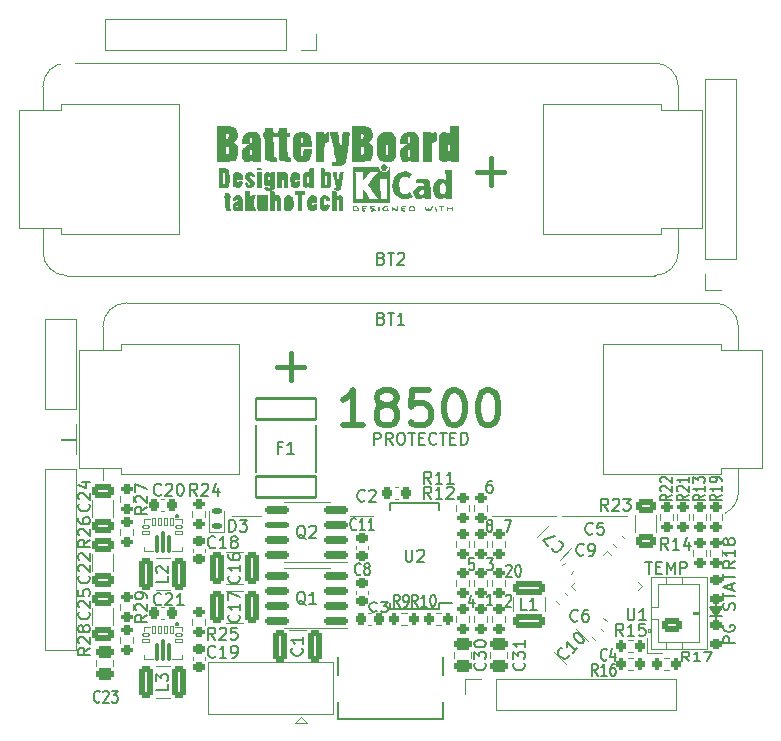
<source format=gto>
G04 #@! TF.GenerationSoftware,KiCad,Pcbnew,(6.0.9)*
G04 #@! TF.CreationDate,2024-01-10T20:12:20+09:00*
G04 #@! TF.ProjectId,BatteryBoard,42617474-6572-4794-926f-6172642e6b69,rev?*
G04 #@! TF.SameCoordinates,Original*
G04 #@! TF.FileFunction,Legend,Top*
G04 #@! TF.FilePolarity,Positive*
%FSLAX46Y46*%
G04 Gerber Fmt 4.6, Leading zero omitted, Abs format (unit mm)*
G04 Created by KiCad (PCBNEW (6.0.9)) date 2024-01-10 20:12:20*
%MOMM*%
%LPD*%
G01*
G04 APERTURE LIST*
G04 Aperture macros list*
%AMRoundRect*
0 Rectangle with rounded corners*
0 $1 Rounding radius*
0 $2 $3 $4 $5 $6 $7 $8 $9 X,Y pos of 4 corners*
0 Add a 4 corners polygon primitive as box body*
4,1,4,$2,$3,$4,$5,$6,$7,$8,$9,$2,$3,0*
0 Add four circle primitives for the rounded corners*
1,1,$1+$1,$2,$3*
1,1,$1+$1,$4,$5*
1,1,$1+$1,$6,$7*
1,1,$1+$1,$8,$9*
0 Add four rect primitives between the rounded corners*
20,1,$1+$1,$2,$3,$4,$5,0*
20,1,$1+$1,$4,$5,$6,$7,0*
20,1,$1+$1,$6,$7,$8,$9,0*
20,1,$1+$1,$8,$9,$2,$3,0*%
%AMRotRect*
0 Rectangle, with rotation*
0 The origin of the aperture is its center*
0 $1 length*
0 $2 width*
0 $3 Rotation angle, in degrees counterclockwise*
0 Add horizontal line*
21,1,$1,$2,0,0,$3*%
G04 Aperture macros list end*
%ADD10C,0.150000*%
%ADD11C,0.450000*%
%ADD12C,0.500000*%
%ADD13C,0.120000*%
%ADD14C,0.127000*%
%ADD15C,0.101600*%
%ADD16C,0.200000*%
%ADD17RoundRect,0.250000X-0.475000X0.250000X-0.475000X-0.250000X0.475000X-0.250000X0.475000X0.250000X0*%
%ADD18RoundRect,0.200000X-0.275000X0.200000X-0.275000X-0.200000X0.275000X-0.200000X0.275000X0.200000X0*%
%ADD19RoundRect,0.225000X-0.250000X0.225000X-0.250000X-0.225000X0.250000X-0.225000X0.250000X0.225000X0*%
%ADD20RoundRect,0.225000X-0.017678X0.335876X-0.335876X0.017678X0.017678X-0.335876X0.335876X-0.017678X0*%
%ADD21RoundRect,0.250000X0.475000X-0.250000X0.475000X0.250000X-0.475000X0.250000X-0.475000X-0.250000X0*%
%ADD22RoundRect,0.250000X0.325000X1.100000X-0.325000X1.100000X-0.325000X-1.100000X0.325000X-1.100000X0*%
%ADD23RoundRect,0.200000X0.275000X-0.200000X0.275000X0.200000X-0.275000X0.200000X-0.275000X-0.200000X0*%
%ADD24RoundRect,0.225000X-0.225000X-0.250000X0.225000X-0.250000X0.225000X0.250000X-0.225000X0.250000X0*%
%ADD25RoundRect,0.200000X-0.200000X-0.275000X0.200000X-0.275000X0.200000X0.275000X-0.200000X0.275000X0*%
%ADD26RoundRect,0.150000X0.825000X0.150000X-0.825000X0.150000X-0.825000X-0.150000X0.825000X-0.150000X0*%
%ADD27RoundRect,0.146250X0.828750X0.146250X-0.828750X0.146250X-0.828750X-0.146250X0.828750X-0.146250X0*%
%ADD28RoundRect,0.250000X-1.007627X-0.548008X-0.548008X-1.007627X1.007627X0.548008X0.548008X1.007627X0*%
%ADD29R,1.500000X2.500000*%
%ADD30O,1.500000X2.500000*%
%ADD31C,3.000000*%
%ADD32R,1.700000X1.700000*%
%ADD33O,1.700000X1.700000*%
%ADD34R,0.700000X1.150000*%
%ADD35R,0.800000X1.150000*%
%ADD36R,0.900000X1.150000*%
%ADD37O,1.000000X1.700000*%
%ADD38RoundRect,0.200000X0.200000X0.275000X-0.200000X0.275000X-0.200000X-0.275000X0.200000X-0.275000X0*%
%ADD39RoundRect,0.225000X0.335876X0.017678X0.017678X0.335876X-0.335876X-0.017678X-0.017678X-0.335876X0*%
%ADD40C,0.700000*%
%ADD41C,4.400000*%
%ADD42RoundRect,0.250000X-0.650000X0.325000X-0.650000X-0.325000X0.650000X-0.325000X0.650000X0.325000X0*%
%ADD43RoundRect,0.250000X-0.625000X0.312500X-0.625000X-0.312500X0.625000X-0.312500X0.625000X0.312500X0*%
%ADD44RoundRect,0.218750X0.256250X-0.218750X0.256250X0.218750X-0.256250X0.218750X-0.256250X-0.218750X0*%
%ADD45RoundRect,0.250000X0.650000X-0.325000X0.650000X0.325000X-0.650000X0.325000X-0.650000X-0.325000X0*%
%ADD46RoundRect,0.077500X-0.122500X0.297500X-0.122500X-0.297500X0.122500X-0.297500X0.122500X0.297500X0*%
%ADD47RoundRect,0.077500X-0.285000X-0.122500X0.285000X-0.122500X0.285000X0.122500X-0.285000X0.122500X0*%
%ADD48RoundRect,0.077500X-0.297500X-0.122500X0.297500X-0.122500X0.297500X0.122500X-0.297500X0.122500X0*%
%ADD49RoundRect,0.079250X-0.120750X0.670750X-0.120750X-0.670750X0.120750X-0.670750X0.120750X0.670750X0*%
%ADD50RoundRect,0.079250X-0.120750X0.845750X-0.120750X-0.845750X0.120750X-0.845750X0.120750X0.845750X0*%
%ADD51RoundRect,0.250000X-1.075000X0.375000X-1.075000X-0.375000X1.075000X-0.375000X1.075000X0.375000X0*%
%ADD52RoundRect,0.100000X2.550000X-0.900000X2.550000X0.900000X-2.550000X0.900000X-2.550000X-0.900000X0*%
%ADD53RoundRect,0.250000X0.625000X-0.350000X0.625000X0.350000X-0.625000X0.350000X-0.625000X-0.350000X0*%
%ADD54O,1.750000X1.200000*%
%ADD55RoundRect,0.250000X0.375000X1.075000X-0.375000X1.075000X-0.375000X-1.075000X0.375000X-1.075000X0*%
%ADD56RoundRect,0.137500X0.262500X-0.137500X0.262500X0.137500X-0.262500X0.137500X-0.262500X-0.137500X0*%
%ADD57RoundRect,0.225000X0.225000X0.250000X-0.225000X0.250000X-0.225000X-0.250000X0.225000X-0.250000X0*%
%ADD58RoundRect,0.062500X0.274004X-0.185616X-0.185616X0.274004X-0.274004X0.185616X0.185616X-0.274004X0*%
%ADD59RoundRect,0.062500X0.274004X0.185616X0.185616X0.274004X-0.274004X-0.185616X-0.185616X-0.274004X0*%
%ADD60RotRect,2.450000X2.450000X135.000000*%
%ADD61RoundRect,0.225000X0.250000X-0.225000X0.250000X0.225000X-0.250000X0.225000X-0.250000X-0.225000X0*%
%ADD62RoundRect,0.250000X-0.548008X1.007627X-1.007627X0.548008X0.548008X-1.007627X1.007627X-0.548008X0*%
%ADD63RoundRect,0.225000X-0.335876X-0.017678X-0.017678X-0.335876X0.335876X0.017678X0.017678X0.335876X0*%
%ADD64R,1.200000X0.400000*%
G04 APERTURE END LIST*
D10*
G36*
X177559000Y-121336000D02*
G01*
X177051000Y-120574000D01*
X178067000Y-120574000D01*
X177559000Y-121336000D01*
G37*
X177559000Y-121336000D02*
X177051000Y-120574000D01*
X178067000Y-120574000D01*
X177559000Y-121336000D01*
X177051000Y-121336000D02*
X178067000Y-121336000D01*
X177559000Y-120320000D02*
X177559000Y-121590000D01*
X179154380Y-123621904D02*
X178154380Y-123621904D01*
X178154380Y-123240952D01*
X178202000Y-123145714D01*
X178249619Y-123098095D01*
X178344857Y-123050476D01*
X178487714Y-123050476D01*
X178582952Y-123098095D01*
X178630571Y-123145714D01*
X178678190Y-123240952D01*
X178678190Y-123621904D01*
X178202000Y-122098095D02*
X178154380Y-122193333D01*
X178154380Y-122336190D01*
X178202000Y-122479047D01*
X178297238Y-122574285D01*
X178392476Y-122621904D01*
X178582952Y-122669523D01*
X178725809Y-122669523D01*
X178916285Y-122621904D01*
X179011523Y-122574285D01*
X179106761Y-122479047D01*
X179154380Y-122336190D01*
X179154380Y-122240952D01*
X179106761Y-122098095D01*
X179059142Y-122050476D01*
X178725809Y-122050476D01*
X178725809Y-122240952D01*
X179106761Y-120780190D02*
X179154380Y-120637333D01*
X179154380Y-120399238D01*
X179106761Y-120304000D01*
X179059142Y-120256380D01*
X178963904Y-120208761D01*
X178868666Y-120208761D01*
X178773428Y-120256380D01*
X178725809Y-120304000D01*
X178678190Y-120399238D01*
X178630571Y-120589714D01*
X178582952Y-120684952D01*
X178535333Y-120732571D01*
X178440095Y-120780190D01*
X178344857Y-120780190D01*
X178249619Y-120732571D01*
X178202000Y-120684952D01*
X178154380Y-120589714D01*
X178154380Y-120351619D01*
X178202000Y-120208761D01*
X178154380Y-119923047D02*
X178154380Y-119351619D01*
X179154380Y-119637333D02*
X178154380Y-119637333D01*
X178868666Y-119065904D02*
X178868666Y-118589714D01*
X179154380Y-119161142D02*
X178154380Y-118827809D01*
X179154380Y-118494476D01*
X178154380Y-118304000D02*
X178154380Y-117732571D01*
X179154380Y-118018285D02*
X178154380Y-118018285D01*
X158610571Y-120416780D02*
X158153428Y-120416780D01*
X158382000Y-120416780D02*
X158382000Y-119416780D01*
X158305809Y-119559638D01*
X158229619Y-119654876D01*
X158153428Y-119702495D01*
X171558476Y-116724380D02*
X172129904Y-116724380D01*
X171844190Y-117724380D02*
X171844190Y-116724380D01*
X172463238Y-117200571D02*
X172796571Y-117200571D01*
X172939428Y-117724380D02*
X172463238Y-117724380D01*
X172463238Y-116724380D01*
X172939428Y-116724380D01*
X173368000Y-117724380D02*
X173368000Y-116724380D01*
X173701333Y-117438666D01*
X174034666Y-116724380D01*
X174034666Y-117724380D01*
X174510857Y-117724380D02*
X174510857Y-116724380D01*
X174891809Y-116724380D01*
X174987047Y-116772000D01*
X175034666Y-116819619D01*
X175082285Y-116914857D01*
X175082285Y-117057714D01*
X175034666Y-117152952D01*
X174987047Y-117200571D01*
X174891809Y-117248190D01*
X174510857Y-117248190D01*
X159728228Y-119613619D02*
X159766323Y-119566000D01*
X159842514Y-119518380D01*
X160032990Y-119518380D01*
X160109180Y-119566000D01*
X160147276Y-119613619D01*
X160185371Y-119708857D01*
X160185371Y-119804095D01*
X160147276Y-119946952D01*
X159690133Y-120518380D01*
X160185371Y-120518380D01*
X158140733Y-116444980D02*
X158635971Y-116444980D01*
X158369304Y-116825933D01*
X158483590Y-116825933D01*
X158559780Y-116873552D01*
X158597876Y-116921171D01*
X158635971Y-117016409D01*
X158635971Y-117254504D01*
X158597876Y-117349742D01*
X158559780Y-117397361D01*
X158483590Y-117444980D01*
X158255019Y-117444980D01*
X158178828Y-117397361D01*
X158140733Y-117349742D01*
X158305809Y-113596952D02*
X158229619Y-113549333D01*
X158191523Y-113501714D01*
X158153428Y-113406476D01*
X158153428Y-113358857D01*
X158191523Y-113263619D01*
X158229619Y-113216000D01*
X158305809Y-113168380D01*
X158458190Y-113168380D01*
X158534380Y-113216000D01*
X158572476Y-113263619D01*
X158610571Y-113358857D01*
X158610571Y-113406476D01*
X158572476Y-113501714D01*
X158534380Y-113549333D01*
X158458190Y-113596952D01*
X158305809Y-113596952D01*
X158229619Y-113644571D01*
X158191523Y-113692190D01*
X158153428Y-113787428D01*
X158153428Y-113977904D01*
X158191523Y-114073142D01*
X158229619Y-114120761D01*
X158305809Y-114168380D01*
X158458190Y-114168380D01*
X158534380Y-114120761D01*
X158572476Y-114073142D01*
X158610571Y-113977904D01*
X158610571Y-113787428D01*
X158572476Y-113692190D01*
X158534380Y-113644571D01*
X158458190Y-113596952D01*
X158572476Y-109866380D02*
X158382000Y-109866380D01*
X158286761Y-109914000D01*
X158239142Y-109961619D01*
X158143904Y-110104476D01*
X158096285Y-110294952D01*
X158096285Y-110675904D01*
X158143904Y-110771142D01*
X158191523Y-110818761D01*
X158286761Y-110866380D01*
X158477238Y-110866380D01*
X158572476Y-110818761D01*
X158620095Y-110771142D01*
X158667714Y-110675904D01*
X158667714Y-110437809D01*
X158620095Y-110342571D01*
X158572476Y-110294952D01*
X158477238Y-110247333D01*
X158286761Y-110247333D01*
X158191523Y-110294952D01*
X158143904Y-110342571D01*
X158096285Y-110437809D01*
X159804476Y-117073619D02*
X159842571Y-117026000D01*
X159918761Y-116978380D01*
X160109238Y-116978380D01*
X160185428Y-117026000D01*
X160223523Y-117073619D01*
X160261619Y-117168857D01*
X160261619Y-117264095D01*
X160223523Y-117406952D01*
X159766380Y-117978380D01*
X160261619Y-117978380D01*
X160756857Y-116978380D02*
X160833047Y-116978380D01*
X160909238Y-117026000D01*
X160947333Y-117073619D01*
X160985428Y-117168857D01*
X161023523Y-117359333D01*
X161023523Y-117597428D01*
X160985428Y-117787904D01*
X160947333Y-117883142D01*
X160909238Y-117930761D01*
X160833047Y-117978380D01*
X160756857Y-117978380D01*
X160680666Y-117930761D01*
X160642571Y-117883142D01*
X160604476Y-117787904D01*
X160566380Y-117597428D01*
X160566380Y-117359333D01*
X160604476Y-117168857D01*
X160642571Y-117073619D01*
X160680666Y-117026000D01*
X160756857Y-116978380D01*
X159639333Y-113168380D02*
X160172666Y-113168380D01*
X159829809Y-114168380D01*
X157048476Y-116419580D02*
X156667523Y-116419580D01*
X156629428Y-116895771D01*
X156667523Y-116848152D01*
X156743714Y-116800533D01*
X156934190Y-116800533D01*
X157010380Y-116848152D01*
X157048476Y-116895771D01*
X157086571Y-116991009D01*
X157086571Y-117229104D01*
X157048476Y-117324342D01*
X157010380Y-117371961D01*
X156934190Y-117419580D01*
X156743714Y-117419580D01*
X156667523Y-117371961D01*
X156629428Y-117324342D01*
X156984980Y-119877114D02*
X156984980Y-120543780D01*
X156794504Y-119496161D02*
X156604028Y-120210447D01*
X157099266Y-120210447D01*
X125355714Y-128551142D02*
X125317619Y-128598761D01*
X125203333Y-128646380D01*
X125127142Y-128646380D01*
X125012857Y-128598761D01*
X124936666Y-128503523D01*
X124898571Y-128408285D01*
X124860476Y-128217809D01*
X124860476Y-128074952D01*
X124898571Y-127884476D01*
X124936666Y-127789238D01*
X125012857Y-127694000D01*
X125127142Y-127646380D01*
X125203333Y-127646380D01*
X125317619Y-127694000D01*
X125355714Y-127741619D01*
X125660476Y-127741619D02*
X125698571Y-127694000D01*
X125774761Y-127646380D01*
X125965238Y-127646380D01*
X126041428Y-127694000D01*
X126079523Y-127741619D01*
X126117619Y-127836857D01*
X126117619Y-127932095D01*
X126079523Y-128074952D01*
X125622380Y-128646380D01*
X126117619Y-128646380D01*
X126384285Y-127646380D02*
X126879523Y-127646380D01*
X126612857Y-128027333D01*
X126727142Y-128027333D01*
X126803333Y-128074952D01*
X126841428Y-128122571D01*
X126879523Y-128217809D01*
X126879523Y-128455904D01*
X126841428Y-128551142D01*
X126803333Y-128598761D01*
X126727142Y-128646380D01*
X126498571Y-128646380D01*
X126422380Y-128598761D01*
X126384285Y-128551142D01*
X124544380Y-124010857D02*
X124068190Y-124344190D01*
X124544380Y-124582285D02*
X123544380Y-124582285D01*
X123544380Y-124201333D01*
X123592000Y-124106095D01*
X123639619Y-124058476D01*
X123734857Y-124010857D01*
X123877714Y-124010857D01*
X123972952Y-124058476D01*
X124020571Y-124106095D01*
X124068190Y-124201333D01*
X124068190Y-124582285D01*
X123639619Y-123629904D02*
X123592000Y-123582285D01*
X123544380Y-123487047D01*
X123544380Y-123248952D01*
X123592000Y-123153714D01*
X123639619Y-123106095D01*
X123734857Y-123058476D01*
X123830095Y-123058476D01*
X123972952Y-123106095D01*
X124544380Y-123677523D01*
X124544380Y-123058476D01*
X123972952Y-122487047D02*
X123925333Y-122582285D01*
X123877714Y-122629904D01*
X123782476Y-122677523D01*
X123734857Y-122677523D01*
X123639619Y-122629904D01*
X123592000Y-122582285D01*
X123544380Y-122487047D01*
X123544380Y-122296571D01*
X123592000Y-122201333D01*
X123639619Y-122153714D01*
X123734857Y-122106095D01*
X123782476Y-122106095D01*
X123877714Y-122153714D01*
X123925333Y-122201333D01*
X123972952Y-122296571D01*
X123972952Y-122487047D01*
X124020571Y-122582285D01*
X124068190Y-122629904D01*
X124163428Y-122677523D01*
X124353904Y-122677523D01*
X124449142Y-122629904D01*
X124496761Y-122582285D01*
X124544380Y-122487047D01*
X124544380Y-122296571D01*
X124496761Y-122201333D01*
X124449142Y-122153714D01*
X124353904Y-122106095D01*
X124163428Y-122106095D01*
X124068190Y-122153714D01*
X124020571Y-122201333D01*
X123972952Y-122296571D01*
X135133142Y-124741142D02*
X135085523Y-124788761D01*
X134942666Y-124836380D01*
X134847428Y-124836380D01*
X134704571Y-124788761D01*
X134609333Y-124693523D01*
X134561714Y-124598285D01*
X134514095Y-124407809D01*
X134514095Y-124264952D01*
X134561714Y-124074476D01*
X134609333Y-123979238D01*
X134704571Y-123884000D01*
X134847428Y-123836380D01*
X134942666Y-123836380D01*
X135085523Y-123884000D01*
X135133142Y-123931619D01*
X136085523Y-124836380D02*
X135514095Y-124836380D01*
X135799809Y-124836380D02*
X135799809Y-123836380D01*
X135704571Y-123979238D01*
X135609333Y-124074476D01*
X135514095Y-124122095D01*
X136561714Y-124836380D02*
X136752190Y-124836380D01*
X136847428Y-124788761D01*
X136895047Y-124741142D01*
X136990285Y-124598285D01*
X137037904Y-124407809D01*
X137037904Y-124026857D01*
X136990285Y-123931619D01*
X136942666Y-123884000D01*
X136847428Y-123836380D01*
X136656952Y-123836380D01*
X136561714Y-123884000D01*
X136514095Y-123931619D01*
X136466476Y-124026857D01*
X136466476Y-124264952D01*
X136514095Y-124360190D01*
X136561714Y-124407809D01*
X136656952Y-124455428D01*
X136847428Y-124455428D01*
X136942666Y-124407809D01*
X136990285Y-124360190D01*
X137037904Y-124264952D01*
X153421142Y-110104380D02*
X153087809Y-109628190D01*
X152849714Y-110104380D02*
X152849714Y-109104380D01*
X153230666Y-109104380D01*
X153325904Y-109152000D01*
X153373523Y-109199619D01*
X153421142Y-109294857D01*
X153421142Y-109437714D01*
X153373523Y-109532952D01*
X153325904Y-109580571D01*
X153230666Y-109628190D01*
X152849714Y-109628190D01*
X154373523Y-110104380D02*
X153802095Y-110104380D01*
X154087809Y-110104380D02*
X154087809Y-109104380D01*
X153992571Y-109247238D01*
X153897333Y-109342476D01*
X153802095Y-109390095D01*
X155325904Y-110104380D02*
X154754476Y-110104380D01*
X155040190Y-110104380D02*
X155040190Y-109104380D01*
X154944952Y-109247238D01*
X154849714Y-109342476D01*
X154754476Y-109390095D01*
X166343333Y-116105142D02*
X166295714Y-116152761D01*
X166152857Y-116200380D01*
X166057619Y-116200380D01*
X165914761Y-116152761D01*
X165819523Y-116057523D01*
X165771904Y-115962285D01*
X165724285Y-115771809D01*
X165724285Y-115628952D01*
X165771904Y-115438476D01*
X165819523Y-115343238D01*
X165914761Y-115248000D01*
X166057619Y-115200380D01*
X166152857Y-115200380D01*
X166295714Y-115248000D01*
X166343333Y-115295619D01*
X166819523Y-116200380D02*
X167010000Y-116200380D01*
X167105238Y-116152761D01*
X167152857Y-116105142D01*
X167248095Y-115962285D01*
X167295714Y-115771809D01*
X167295714Y-115390857D01*
X167248095Y-115295619D01*
X167200476Y-115248000D01*
X167105238Y-115200380D01*
X166914761Y-115200380D01*
X166819523Y-115248000D01*
X166771904Y-115295619D01*
X166724285Y-115390857D01*
X166724285Y-115628952D01*
X166771904Y-115724190D01*
X166819523Y-115771809D01*
X166914761Y-115819428D01*
X167105238Y-115819428D01*
X167200476Y-115771809D01*
X167248095Y-115724190D01*
X167295714Y-115628952D01*
X157977142Y-125280857D02*
X158024761Y-125328476D01*
X158072380Y-125471333D01*
X158072380Y-125566571D01*
X158024761Y-125709428D01*
X157929523Y-125804666D01*
X157834285Y-125852285D01*
X157643809Y-125899904D01*
X157500952Y-125899904D01*
X157310476Y-125852285D01*
X157215238Y-125804666D01*
X157120000Y-125709428D01*
X157072380Y-125566571D01*
X157072380Y-125471333D01*
X157120000Y-125328476D01*
X157167619Y-125280857D01*
X157072380Y-124947523D02*
X157072380Y-124328476D01*
X157453333Y-124661809D01*
X157453333Y-124518952D01*
X157500952Y-124423714D01*
X157548571Y-124376095D01*
X157643809Y-124328476D01*
X157881904Y-124328476D01*
X157977142Y-124376095D01*
X158024761Y-124423714D01*
X158072380Y-124518952D01*
X158072380Y-124804666D01*
X158024761Y-124899904D01*
X157977142Y-124947523D01*
X157072380Y-123709428D02*
X157072380Y-123614190D01*
X157120000Y-123518952D01*
X157167619Y-123471333D01*
X157262857Y-123423714D01*
X157453333Y-123376095D01*
X157691428Y-123376095D01*
X157881904Y-123423714D01*
X157977142Y-123471333D01*
X158024761Y-123518952D01*
X158072380Y-123614190D01*
X158072380Y-123709428D01*
X158024761Y-123804666D01*
X157977142Y-123852285D01*
X157881904Y-123899904D01*
X157691428Y-123947523D01*
X157453333Y-123947523D01*
X157262857Y-123899904D01*
X157167619Y-123852285D01*
X157120000Y-123804666D01*
X157072380Y-123709428D01*
X129370380Y-121216857D02*
X128894190Y-121550190D01*
X129370380Y-121788285D02*
X128370380Y-121788285D01*
X128370380Y-121407333D01*
X128418000Y-121312095D01*
X128465619Y-121264476D01*
X128560857Y-121216857D01*
X128703714Y-121216857D01*
X128798952Y-121264476D01*
X128846571Y-121312095D01*
X128894190Y-121407333D01*
X128894190Y-121788285D01*
X128465619Y-120835904D02*
X128418000Y-120788285D01*
X128370380Y-120693047D01*
X128370380Y-120454952D01*
X128418000Y-120359714D01*
X128465619Y-120312095D01*
X128560857Y-120264476D01*
X128656095Y-120264476D01*
X128798952Y-120312095D01*
X129370380Y-120883523D01*
X129370380Y-120264476D01*
X129370380Y-119788285D02*
X129370380Y-119597809D01*
X129322761Y-119502571D01*
X129275142Y-119454952D01*
X129132285Y-119359714D01*
X128941809Y-119312095D01*
X128560857Y-119312095D01*
X128465619Y-119359714D01*
X128418000Y-119407333D01*
X128370380Y-119502571D01*
X128370380Y-119693047D01*
X128418000Y-119788285D01*
X128465619Y-119835904D01*
X128560857Y-119883523D01*
X128798952Y-119883523D01*
X128894190Y-119835904D01*
X128941809Y-119788285D01*
X128989428Y-119693047D01*
X128989428Y-119502571D01*
X128941809Y-119407333D01*
X128894190Y-119359714D01*
X128798952Y-119312095D01*
X137149142Y-117914857D02*
X137196761Y-117962476D01*
X137244380Y-118105333D01*
X137244380Y-118200571D01*
X137196761Y-118343428D01*
X137101523Y-118438666D01*
X137006285Y-118486285D01*
X136815809Y-118533904D01*
X136672952Y-118533904D01*
X136482476Y-118486285D01*
X136387238Y-118438666D01*
X136292000Y-118343428D01*
X136244380Y-118200571D01*
X136244380Y-118105333D01*
X136292000Y-117962476D01*
X136339619Y-117914857D01*
X137244380Y-116962476D02*
X137244380Y-117533904D01*
X137244380Y-117248190D02*
X136244380Y-117248190D01*
X136387238Y-117343428D01*
X136482476Y-117438666D01*
X136530095Y-117533904D01*
X136244380Y-116105333D02*
X136244380Y-116295809D01*
X136292000Y-116391047D01*
X136339619Y-116438666D01*
X136482476Y-116533904D01*
X136672952Y-116581523D01*
X137053904Y-116581523D01*
X137149142Y-116533904D01*
X137196761Y-116486285D01*
X137244380Y-116391047D01*
X137244380Y-116200571D01*
X137196761Y-116105333D01*
X137149142Y-116057714D01*
X137053904Y-116010095D01*
X136815809Y-116010095D01*
X136720571Y-116057714D01*
X136672952Y-116105333D01*
X136625333Y-116200571D01*
X136625333Y-116391047D01*
X136672952Y-116486285D01*
X136720571Y-116533904D01*
X136815809Y-116581523D01*
X148817333Y-120859714D02*
X148769714Y-120897809D01*
X148626857Y-120935904D01*
X148531619Y-120935904D01*
X148388761Y-120897809D01*
X148293523Y-120821619D01*
X148245904Y-120745428D01*
X148198285Y-120593047D01*
X148198285Y-120478761D01*
X148245904Y-120326380D01*
X148293523Y-120250190D01*
X148388761Y-120174000D01*
X148531619Y-120135904D01*
X148626857Y-120135904D01*
X148769714Y-120174000D01*
X148817333Y-120212095D01*
X149150666Y-120135904D02*
X149769714Y-120135904D01*
X149436380Y-120440666D01*
X149579238Y-120440666D01*
X149674476Y-120478761D01*
X149722095Y-120516857D01*
X149769714Y-120593047D01*
X149769714Y-120783523D01*
X149722095Y-120859714D01*
X149674476Y-120897809D01*
X149579238Y-120935904D01*
X149293523Y-120935904D01*
X149198285Y-120897809D01*
X149150666Y-120859714D01*
X152279714Y-120518380D02*
X152013047Y-120042190D01*
X151822571Y-120518380D02*
X151822571Y-119518380D01*
X152127333Y-119518380D01*
X152203523Y-119566000D01*
X152241619Y-119613619D01*
X152279714Y-119708857D01*
X152279714Y-119851714D01*
X152241619Y-119946952D01*
X152203523Y-119994571D01*
X152127333Y-120042190D01*
X151822571Y-120042190D01*
X153041619Y-120518380D02*
X152584476Y-120518380D01*
X152813047Y-120518380D02*
X152813047Y-119518380D01*
X152736857Y-119661238D01*
X152660666Y-119756476D01*
X152584476Y-119804095D01*
X153536857Y-119518380D02*
X153613047Y-119518380D01*
X153689238Y-119566000D01*
X153727333Y-119613619D01*
X153765428Y-119708857D01*
X153803523Y-119899333D01*
X153803523Y-120137428D01*
X153765428Y-120327904D01*
X153727333Y-120423142D01*
X153689238Y-120470761D01*
X153613047Y-120518380D01*
X153536857Y-120518380D01*
X153460666Y-120470761D01*
X153422571Y-120423142D01*
X153384476Y-120327904D01*
X153346380Y-120137428D01*
X153346380Y-119899333D01*
X153384476Y-119708857D01*
X153422571Y-119613619D01*
X153460666Y-119566000D01*
X153536857Y-119518380D01*
X142792761Y-114771619D02*
X142697523Y-114724000D01*
X142602285Y-114628761D01*
X142459428Y-114485904D01*
X142364190Y-114438285D01*
X142268952Y-114438285D01*
X142316571Y-114676380D02*
X142221333Y-114628761D01*
X142126095Y-114533523D01*
X142078476Y-114343047D01*
X142078476Y-114009714D01*
X142126095Y-113819238D01*
X142221333Y-113724000D01*
X142316571Y-113676380D01*
X142507047Y-113676380D01*
X142602285Y-113724000D01*
X142697523Y-113819238D01*
X142745142Y-114009714D01*
X142745142Y-114343047D01*
X142697523Y-114533523D01*
X142602285Y-114628761D01*
X142507047Y-114676380D01*
X142316571Y-114676380D01*
X143126095Y-113771619D02*
X143173714Y-113724000D01*
X143268952Y-113676380D01*
X143507047Y-113676380D01*
X143602285Y-113724000D01*
X143649904Y-113771619D01*
X143697523Y-113866857D01*
X143697523Y-113962095D01*
X143649904Y-114104952D01*
X143078476Y-114676380D01*
X143697523Y-114676380D01*
X165064952Y-124610089D02*
X165064952Y-124677433D01*
X164997608Y-124812120D01*
X164930265Y-124879463D01*
X164795578Y-124946807D01*
X164660891Y-124946807D01*
X164559876Y-124913135D01*
X164391517Y-124812120D01*
X164290502Y-124711105D01*
X164189486Y-124542746D01*
X164155815Y-124441731D01*
X164155815Y-124307044D01*
X164223158Y-124172357D01*
X164290502Y-124105013D01*
X164425189Y-124037670D01*
X164492532Y-124037670D01*
X165805731Y-124003998D02*
X165401670Y-124408059D01*
X165603700Y-124206028D02*
X164896593Y-123498921D01*
X164930265Y-123667280D01*
X164930265Y-123801967D01*
X164896593Y-123902983D01*
X165536357Y-122859158D02*
X165603700Y-122791815D01*
X165704715Y-122758143D01*
X165772059Y-122758143D01*
X165873074Y-122791815D01*
X166041433Y-122892830D01*
X166209792Y-123061189D01*
X166310807Y-123229547D01*
X166344479Y-123330563D01*
X166344479Y-123397906D01*
X166310807Y-123498921D01*
X166243463Y-123566265D01*
X166142448Y-123599937D01*
X166075105Y-123599937D01*
X165974089Y-123566265D01*
X165805731Y-123465250D01*
X165637372Y-123296891D01*
X165536357Y-123128532D01*
X165502685Y-123027517D01*
X165502685Y-122960173D01*
X165536357Y-122859158D01*
X149214285Y-91038571D02*
X149357142Y-91086190D01*
X149404761Y-91133809D01*
X149452380Y-91229047D01*
X149452380Y-91371904D01*
X149404761Y-91467142D01*
X149357142Y-91514761D01*
X149261904Y-91562380D01*
X148880952Y-91562380D01*
X148880952Y-90562380D01*
X149214285Y-90562380D01*
X149309523Y-90610000D01*
X149357142Y-90657619D01*
X149404761Y-90752857D01*
X149404761Y-90848095D01*
X149357142Y-90943333D01*
X149309523Y-90990952D01*
X149214285Y-91038571D01*
X148880952Y-91038571D01*
X149738095Y-90562380D02*
X150309523Y-90562380D01*
X150023809Y-91562380D02*
X150023809Y-90562380D01*
X150595238Y-90657619D02*
X150642857Y-90610000D01*
X150738095Y-90562380D01*
X150976190Y-90562380D01*
X151071428Y-90610000D01*
X151119047Y-90657619D01*
X151166666Y-90752857D01*
X151166666Y-90848095D01*
X151119047Y-90990952D01*
X150547619Y-91562380D01*
X151166666Y-91562380D01*
D11*
X157317142Y-83704285D02*
X159602857Y-83704285D01*
X158460000Y-84847142D02*
X158460000Y-82561428D01*
D10*
X175265142Y-125126904D02*
X174931809Y-124745952D01*
X174693714Y-125126904D02*
X174693714Y-124326904D01*
X175074666Y-124326904D01*
X175169904Y-124365000D01*
X175217523Y-124403095D01*
X175265142Y-124479285D01*
X175265142Y-124593571D01*
X175217523Y-124669761D01*
X175169904Y-124707857D01*
X175074666Y-124745952D01*
X174693714Y-124745952D01*
X176217523Y-125126904D02*
X175646095Y-125126904D01*
X175931809Y-125126904D02*
X175931809Y-124326904D01*
X175836571Y-124441190D01*
X175741333Y-124517380D01*
X175646095Y-124555476D01*
X176550857Y-124326904D02*
X177217523Y-124326904D01*
X176788952Y-125126904D01*
X167105334Y-114327142D02*
X167057715Y-114374761D01*
X166914858Y-114422380D01*
X166819620Y-114422380D01*
X166676762Y-114374761D01*
X166581524Y-114279523D01*
X166533905Y-114184285D01*
X166486286Y-113993809D01*
X166486286Y-113850952D01*
X166533905Y-113660476D01*
X166581524Y-113565238D01*
X166676762Y-113470000D01*
X166819620Y-113422380D01*
X166914858Y-113422380D01*
X167057715Y-113470000D01*
X167105334Y-113517619D01*
X168010096Y-113422380D02*
X167533905Y-113422380D01*
X167486286Y-113898571D01*
X167533905Y-113850952D01*
X167629143Y-113803333D01*
X167867239Y-113803333D01*
X167962477Y-113850952D01*
X168010096Y-113898571D01*
X168057715Y-113993809D01*
X168057715Y-114231904D01*
X168010096Y-114327142D01*
X167962477Y-114374761D01*
X167867239Y-114422380D01*
X167629143Y-114422380D01*
X167533905Y-114374761D01*
X167486286Y-114327142D01*
X124449142Y-117914857D02*
X124496761Y-117962476D01*
X124544380Y-118105333D01*
X124544380Y-118200571D01*
X124496761Y-118343428D01*
X124401523Y-118438666D01*
X124306285Y-118486285D01*
X124115809Y-118533904D01*
X123972952Y-118533904D01*
X123782476Y-118486285D01*
X123687238Y-118438666D01*
X123592000Y-118343428D01*
X123544380Y-118200571D01*
X123544380Y-118105333D01*
X123592000Y-117962476D01*
X123639619Y-117914857D01*
X123639619Y-117533904D02*
X123592000Y-117486285D01*
X123544380Y-117391047D01*
X123544380Y-117152952D01*
X123592000Y-117057714D01*
X123639619Y-117010095D01*
X123734857Y-116962476D01*
X123830095Y-116962476D01*
X123972952Y-117010095D01*
X124544380Y-117581523D01*
X124544380Y-116962476D01*
X123639619Y-116581523D02*
X123592000Y-116533904D01*
X123544380Y-116438666D01*
X123544380Y-116200571D01*
X123592000Y-116105333D01*
X123639619Y-116057714D01*
X123734857Y-116010095D01*
X123830095Y-116010095D01*
X123972952Y-116057714D01*
X124544380Y-116629142D01*
X124544380Y-116010095D01*
X173820380Y-111055285D02*
X173344190Y-111321952D01*
X173820380Y-111512428D02*
X172820380Y-111512428D01*
X172820380Y-111207666D01*
X172868000Y-111131476D01*
X172915619Y-111093380D01*
X173010857Y-111055285D01*
X173153714Y-111055285D01*
X173248952Y-111093380D01*
X173296571Y-111131476D01*
X173344190Y-111207666D01*
X173344190Y-111512428D01*
X172915619Y-110750523D02*
X172868000Y-110712428D01*
X172820380Y-110636238D01*
X172820380Y-110445761D01*
X172868000Y-110369571D01*
X172915619Y-110331476D01*
X173010857Y-110293380D01*
X173106095Y-110293380D01*
X173248952Y-110331476D01*
X173820380Y-110788619D01*
X173820380Y-110293380D01*
X172915619Y-109988619D02*
X172868000Y-109950523D01*
X172820380Y-109874333D01*
X172820380Y-109683857D01*
X172868000Y-109607666D01*
X172915619Y-109569571D01*
X173010857Y-109531476D01*
X173106095Y-109531476D01*
X173248952Y-109569571D01*
X173820380Y-110026714D01*
X173820380Y-109531476D01*
X168407142Y-112390380D02*
X168073809Y-111914190D01*
X167835714Y-112390380D02*
X167835714Y-111390380D01*
X168216666Y-111390380D01*
X168311904Y-111438000D01*
X168359523Y-111485619D01*
X168407142Y-111580857D01*
X168407142Y-111723714D01*
X168359523Y-111818952D01*
X168311904Y-111866571D01*
X168216666Y-111914190D01*
X167835714Y-111914190D01*
X168788095Y-111485619D02*
X168835714Y-111438000D01*
X168930952Y-111390380D01*
X169169047Y-111390380D01*
X169264285Y-111438000D01*
X169311904Y-111485619D01*
X169359523Y-111580857D01*
X169359523Y-111676095D01*
X169311904Y-111818952D01*
X168740476Y-112390380D01*
X169359523Y-112390380D01*
X169692857Y-111390380D02*
X170311904Y-111390380D01*
X169978571Y-111771333D01*
X170121428Y-111771333D01*
X170216666Y-111818952D01*
X170264285Y-111866571D01*
X170311904Y-111961809D01*
X170311904Y-112199904D01*
X170264285Y-112295142D01*
X170216666Y-112342761D01*
X170121428Y-112390380D01*
X169835714Y-112390380D01*
X169740476Y-112342761D01*
X169692857Y-112295142D01*
X124449142Y-120962857D02*
X124496761Y-121010476D01*
X124544380Y-121153333D01*
X124544380Y-121248571D01*
X124496761Y-121391428D01*
X124401523Y-121486666D01*
X124306285Y-121534285D01*
X124115809Y-121581904D01*
X123972952Y-121581904D01*
X123782476Y-121534285D01*
X123687238Y-121486666D01*
X123592000Y-121391428D01*
X123544380Y-121248571D01*
X123544380Y-121153333D01*
X123592000Y-121010476D01*
X123639619Y-120962857D01*
X123639619Y-120581904D02*
X123592000Y-120534285D01*
X123544380Y-120439047D01*
X123544380Y-120200952D01*
X123592000Y-120105714D01*
X123639619Y-120058095D01*
X123734857Y-120010476D01*
X123830095Y-120010476D01*
X123972952Y-120058095D01*
X124544380Y-120629523D01*
X124544380Y-120010476D01*
X123544380Y-119105714D02*
X123544380Y-119581904D01*
X124020571Y-119629523D01*
X123972952Y-119581904D01*
X123925333Y-119486666D01*
X123925333Y-119248571D01*
X123972952Y-119153333D01*
X124020571Y-119105714D01*
X124115809Y-119058095D01*
X124353904Y-119058095D01*
X124449142Y-119105714D01*
X124496761Y-119153333D01*
X124544380Y-119248571D01*
X124544380Y-119486666D01*
X124496761Y-119581904D01*
X124449142Y-119629523D01*
X135133142Y-115470142D02*
X135085523Y-115517761D01*
X134942666Y-115565380D01*
X134847428Y-115565380D01*
X134704571Y-115517761D01*
X134609333Y-115422523D01*
X134561714Y-115327285D01*
X134514095Y-115136809D01*
X134514095Y-114993952D01*
X134561714Y-114803476D01*
X134609333Y-114708238D01*
X134704571Y-114613000D01*
X134847428Y-114565380D01*
X134942666Y-114565380D01*
X135085523Y-114613000D01*
X135133142Y-114660619D01*
X136085523Y-115565380D02*
X135514095Y-115565380D01*
X135799809Y-115565380D02*
X135799809Y-114565380D01*
X135704571Y-114708238D01*
X135609333Y-114803476D01*
X135514095Y-114851095D01*
X136656952Y-114993952D02*
X136561714Y-114946333D01*
X136514095Y-114898714D01*
X136466476Y-114803476D01*
X136466476Y-114755857D01*
X136514095Y-114660619D01*
X136561714Y-114613000D01*
X136656952Y-114565380D01*
X136847428Y-114565380D01*
X136942666Y-114613000D01*
X136990285Y-114660619D01*
X137037904Y-114755857D01*
X137037904Y-114803476D01*
X136990285Y-114898714D01*
X136942666Y-114946333D01*
X136847428Y-114993952D01*
X136656952Y-114993952D01*
X136561714Y-115041571D01*
X136514095Y-115089190D01*
X136466476Y-115184428D01*
X136466476Y-115374904D01*
X136514095Y-115470142D01*
X136561714Y-115517761D01*
X136656952Y-115565380D01*
X136847428Y-115565380D01*
X136942666Y-115517761D01*
X136990285Y-115470142D01*
X137037904Y-115374904D01*
X137037904Y-115184428D01*
X136990285Y-115089190D01*
X136942666Y-115041571D01*
X136847428Y-114993952D01*
X161517333Y-120772380D02*
X161041142Y-120772380D01*
X161041142Y-119772380D01*
X162374476Y-120772380D02*
X161803047Y-120772380D01*
X162088761Y-120772380D02*
X162088761Y-119772380D01*
X161993523Y-119915238D01*
X161898285Y-120010476D01*
X161803047Y-120058095D01*
X175217380Y-111055285D02*
X174741190Y-111321952D01*
X175217380Y-111512428D02*
X174217380Y-111512428D01*
X174217380Y-111207666D01*
X174265000Y-111131476D01*
X174312619Y-111093380D01*
X174407857Y-111055285D01*
X174550714Y-111055285D01*
X174645952Y-111093380D01*
X174693571Y-111131476D01*
X174741190Y-111207666D01*
X174741190Y-111512428D01*
X174312619Y-110750523D02*
X174265000Y-110712428D01*
X174217380Y-110636238D01*
X174217380Y-110445761D01*
X174265000Y-110369571D01*
X174312619Y-110331476D01*
X174407857Y-110293380D01*
X174503095Y-110293380D01*
X174645952Y-110331476D01*
X175217380Y-110788619D01*
X175217380Y-110293380D01*
X175217380Y-109531476D02*
X175217380Y-109988619D01*
X175217380Y-109760047D02*
X174217380Y-109760047D01*
X174360238Y-109836238D01*
X174455476Y-109912428D01*
X174503095Y-109988619D01*
X142483142Y-124042666D02*
X142530761Y-124090285D01*
X142578380Y-124233142D01*
X142578380Y-124328380D01*
X142530761Y-124471238D01*
X142435523Y-124566476D01*
X142340285Y-124614095D01*
X142149809Y-124661714D01*
X142006952Y-124661714D01*
X141816476Y-124614095D01*
X141721238Y-124566476D01*
X141626000Y-124471238D01*
X141578380Y-124328380D01*
X141578380Y-124233142D01*
X141626000Y-124090285D01*
X141673619Y-124042666D01*
X142578380Y-123090285D02*
X142578380Y-123661714D01*
X142578380Y-123376000D02*
X141578380Y-123376000D01*
X141721238Y-123471238D01*
X141816476Y-123566476D01*
X141864095Y-123661714D01*
X179154380Y-116644857D02*
X178678190Y-116978190D01*
X179154380Y-117216285D02*
X178154380Y-117216285D01*
X178154380Y-116835333D01*
X178202000Y-116740095D01*
X178249619Y-116692476D01*
X178344857Y-116644857D01*
X178487714Y-116644857D01*
X178582952Y-116692476D01*
X178630571Y-116740095D01*
X178678190Y-116835333D01*
X178678190Y-117216285D01*
X179154380Y-115692476D02*
X179154380Y-116263904D01*
X179154380Y-115978190D02*
X178154380Y-115978190D01*
X178297238Y-116073428D01*
X178392476Y-116168666D01*
X178440095Y-116263904D01*
X178582952Y-115121047D02*
X178535333Y-115216285D01*
X178487714Y-115263904D01*
X178392476Y-115311523D01*
X178344857Y-115311523D01*
X178249619Y-115263904D01*
X178202000Y-115216285D01*
X178154380Y-115121047D01*
X178154380Y-114930571D01*
X178202000Y-114835333D01*
X178249619Y-114787714D01*
X178344857Y-114740095D01*
X178392476Y-114740095D01*
X178487714Y-114787714D01*
X178535333Y-114835333D01*
X178582952Y-114930571D01*
X178582952Y-115121047D01*
X178630571Y-115216285D01*
X178678190Y-115263904D01*
X178773428Y-115311523D01*
X178963904Y-115311523D01*
X179059142Y-115263904D01*
X179106761Y-115216285D01*
X179154380Y-115121047D01*
X179154380Y-114930571D01*
X179106761Y-114835333D01*
X179059142Y-114787714D01*
X178963904Y-114740095D01*
X178773428Y-114740095D01*
X178678190Y-114787714D01*
X178630571Y-114835333D01*
X178582952Y-114930571D01*
X149214285Y-96118571D02*
X149357142Y-96166190D01*
X149404761Y-96213809D01*
X149452380Y-96309047D01*
X149452380Y-96451904D01*
X149404761Y-96547142D01*
X149357142Y-96594761D01*
X149261904Y-96642380D01*
X148880952Y-96642380D01*
X148880952Y-95642380D01*
X149214285Y-95642380D01*
X149309523Y-95690000D01*
X149357142Y-95737619D01*
X149404761Y-95832857D01*
X149404761Y-95928095D01*
X149357142Y-96023333D01*
X149309523Y-96070952D01*
X149214285Y-96118571D01*
X148880952Y-96118571D01*
X149738095Y-95642380D02*
X150309523Y-95642380D01*
X150023809Y-96642380D02*
X150023809Y-95642380D01*
X151166666Y-96642380D02*
X150595238Y-96642380D01*
X150880952Y-96642380D02*
X150880952Y-95642380D01*
X150785714Y-95785238D01*
X150690476Y-95880476D01*
X150595238Y-95928095D01*
D12*
X147682857Y-105167142D02*
X145968571Y-105167142D01*
X146825714Y-105167142D02*
X146825714Y-102167142D01*
X146540000Y-102595714D01*
X146254285Y-102881428D01*
X145968571Y-103024285D01*
X149397142Y-103452857D02*
X149111428Y-103310000D01*
X148968571Y-103167142D01*
X148825714Y-102881428D01*
X148825714Y-102738571D01*
X148968571Y-102452857D01*
X149111428Y-102310000D01*
X149397142Y-102167142D01*
X149968571Y-102167142D01*
X150254285Y-102310000D01*
X150397142Y-102452857D01*
X150540000Y-102738571D01*
X150540000Y-102881428D01*
X150397142Y-103167142D01*
X150254285Y-103310000D01*
X149968571Y-103452857D01*
X149397142Y-103452857D01*
X149111428Y-103595714D01*
X148968571Y-103738571D01*
X148825714Y-104024285D01*
X148825714Y-104595714D01*
X148968571Y-104881428D01*
X149111428Y-105024285D01*
X149397142Y-105167142D01*
X149968571Y-105167142D01*
X150254285Y-105024285D01*
X150397142Y-104881428D01*
X150540000Y-104595714D01*
X150540000Y-104024285D01*
X150397142Y-103738571D01*
X150254285Y-103595714D01*
X149968571Y-103452857D01*
X153254285Y-102167142D02*
X151825714Y-102167142D01*
X151682857Y-103595714D01*
X151825714Y-103452857D01*
X152111428Y-103310000D01*
X152825714Y-103310000D01*
X153111428Y-103452857D01*
X153254285Y-103595714D01*
X153397142Y-103881428D01*
X153397142Y-104595714D01*
X153254285Y-104881428D01*
X153111428Y-105024285D01*
X152825714Y-105167142D01*
X152111428Y-105167142D01*
X151825714Y-105024285D01*
X151682857Y-104881428D01*
X155254285Y-102167142D02*
X155540000Y-102167142D01*
X155825714Y-102310000D01*
X155968571Y-102452857D01*
X156111428Y-102738571D01*
X156254285Y-103310000D01*
X156254285Y-104024285D01*
X156111428Y-104595714D01*
X155968571Y-104881428D01*
X155825714Y-105024285D01*
X155540000Y-105167142D01*
X155254285Y-105167142D01*
X154968571Y-105024285D01*
X154825714Y-104881428D01*
X154682857Y-104595714D01*
X154540000Y-104024285D01*
X154540000Y-103310000D01*
X154682857Y-102738571D01*
X154825714Y-102452857D01*
X154968571Y-102310000D01*
X155254285Y-102167142D01*
X158111428Y-102167142D02*
X158397142Y-102167142D01*
X158682857Y-102310000D01*
X158825714Y-102452857D01*
X158968571Y-102738571D01*
X159111428Y-103310000D01*
X159111428Y-104024285D01*
X158968571Y-104595714D01*
X158825714Y-104881428D01*
X158682857Y-105024285D01*
X158397142Y-105167142D01*
X158111428Y-105167142D01*
X157825714Y-105024285D01*
X157682857Y-104881428D01*
X157540000Y-104595714D01*
X157397142Y-104024285D01*
X157397142Y-103310000D01*
X157540000Y-102738571D01*
X157682857Y-102452857D01*
X157825714Y-102310000D01*
X158111428Y-102167142D01*
D11*
X140397142Y-100214285D02*
X142682857Y-100214285D01*
X141540000Y-101357142D02*
X141540000Y-99071428D01*
D10*
X148587619Y-106802380D02*
X148587619Y-105802380D01*
X148968571Y-105802380D01*
X149063809Y-105850000D01*
X149111428Y-105897619D01*
X149159047Y-105992857D01*
X149159047Y-106135714D01*
X149111428Y-106230952D01*
X149063809Y-106278571D01*
X148968571Y-106326190D01*
X148587619Y-106326190D01*
X150159047Y-106802380D02*
X149825714Y-106326190D01*
X149587619Y-106802380D02*
X149587619Y-105802380D01*
X149968571Y-105802380D01*
X150063809Y-105850000D01*
X150111428Y-105897619D01*
X150159047Y-105992857D01*
X150159047Y-106135714D01*
X150111428Y-106230952D01*
X150063809Y-106278571D01*
X149968571Y-106326190D01*
X149587619Y-106326190D01*
X150778095Y-105802380D02*
X150968571Y-105802380D01*
X151063809Y-105850000D01*
X151159047Y-105945238D01*
X151206666Y-106135714D01*
X151206666Y-106469047D01*
X151159047Y-106659523D01*
X151063809Y-106754761D01*
X150968571Y-106802380D01*
X150778095Y-106802380D01*
X150682857Y-106754761D01*
X150587619Y-106659523D01*
X150540000Y-106469047D01*
X150540000Y-106135714D01*
X150587619Y-105945238D01*
X150682857Y-105850000D01*
X150778095Y-105802380D01*
X151492380Y-105802380D02*
X152063809Y-105802380D01*
X151778095Y-106802380D02*
X151778095Y-105802380D01*
X152397142Y-106278571D02*
X152730476Y-106278571D01*
X152873333Y-106802380D02*
X152397142Y-106802380D01*
X152397142Y-105802380D01*
X152873333Y-105802380D01*
X153873333Y-106707142D02*
X153825714Y-106754761D01*
X153682857Y-106802380D01*
X153587619Y-106802380D01*
X153444761Y-106754761D01*
X153349523Y-106659523D01*
X153301904Y-106564285D01*
X153254285Y-106373809D01*
X153254285Y-106230952D01*
X153301904Y-106040476D01*
X153349523Y-105945238D01*
X153444761Y-105850000D01*
X153587619Y-105802380D01*
X153682857Y-105802380D01*
X153825714Y-105850000D01*
X153873333Y-105897619D01*
X154159047Y-105802380D02*
X154730476Y-105802380D01*
X154444761Y-106802380D02*
X154444761Y-105802380D01*
X155063809Y-106278571D02*
X155397142Y-106278571D01*
X155540000Y-106802380D02*
X155063809Y-106802380D01*
X155063809Y-105802380D01*
X155540000Y-105802380D01*
X155968571Y-106802380D02*
X155968571Y-105802380D01*
X156206666Y-105802380D01*
X156349523Y-105850000D01*
X156444761Y-105945238D01*
X156492380Y-106040476D01*
X156540000Y-106230952D01*
X156540000Y-106373809D01*
X156492380Y-106564285D01*
X156444761Y-106659523D01*
X156349523Y-106754761D01*
X156206666Y-106802380D01*
X155968571Y-106802380D01*
X140776666Y-107038571D02*
X140443333Y-107038571D01*
X140443333Y-107562380D02*
X140443333Y-106562380D01*
X140919523Y-106562380D01*
X141824285Y-107562380D02*
X141252857Y-107562380D01*
X141538571Y-107562380D02*
X141538571Y-106562380D01*
X141443333Y-106705238D01*
X141348095Y-106800476D01*
X141252857Y-106848095D01*
X178011380Y-111055285D02*
X177535190Y-111321952D01*
X178011380Y-111512428D02*
X177011380Y-111512428D01*
X177011380Y-111207666D01*
X177059000Y-111131476D01*
X177106619Y-111093380D01*
X177201857Y-111055285D01*
X177344714Y-111055285D01*
X177439952Y-111093380D01*
X177487571Y-111131476D01*
X177535190Y-111207666D01*
X177535190Y-111512428D01*
X178011380Y-110293380D02*
X178011380Y-110750523D01*
X178011380Y-110521952D02*
X177011380Y-110521952D01*
X177154238Y-110598142D01*
X177249476Y-110674333D01*
X177297095Y-110750523D01*
X178011380Y-109912428D02*
X178011380Y-109760047D01*
X177963761Y-109683857D01*
X177916142Y-109645761D01*
X177773285Y-109569571D01*
X177582809Y-109531476D01*
X177201857Y-109531476D01*
X177106619Y-109569571D01*
X177059000Y-109607666D01*
X177011380Y-109683857D01*
X177011380Y-109836238D01*
X177059000Y-109912428D01*
X177106619Y-109950523D01*
X177201857Y-109988619D01*
X177439952Y-109988619D01*
X177535190Y-109950523D01*
X177582809Y-109912428D01*
X177630428Y-109836238D01*
X177630428Y-109683857D01*
X177582809Y-109607666D01*
X177535190Y-109569571D01*
X177439952Y-109531476D01*
X176614380Y-111055285D02*
X176138190Y-111321952D01*
X176614380Y-111512428D02*
X175614380Y-111512428D01*
X175614380Y-111207666D01*
X175662000Y-111131476D01*
X175709619Y-111093380D01*
X175804857Y-111055285D01*
X175947714Y-111055285D01*
X176042952Y-111093380D01*
X176090571Y-111131476D01*
X176138190Y-111207666D01*
X176138190Y-111512428D01*
X176614380Y-110293380D02*
X176614380Y-110750523D01*
X176614380Y-110521952D02*
X175614380Y-110521952D01*
X175757238Y-110598142D01*
X175852476Y-110674333D01*
X175900095Y-110750523D01*
X175614380Y-110026714D02*
X175614380Y-109531476D01*
X175995333Y-109798142D01*
X175995333Y-109683857D01*
X176042952Y-109607666D01*
X176090571Y-109569571D01*
X176185809Y-109531476D01*
X176423904Y-109531476D01*
X176519142Y-109569571D01*
X176566761Y-109607666D01*
X176614380Y-109683857D01*
X176614380Y-109912428D01*
X176566761Y-109988619D01*
X176519142Y-110026714D01*
X142792761Y-120359619D02*
X142697523Y-120312000D01*
X142602285Y-120216761D01*
X142459428Y-120073904D01*
X142364190Y-120026285D01*
X142268952Y-120026285D01*
X142316571Y-120264380D02*
X142221333Y-120216761D01*
X142126095Y-120121523D01*
X142078476Y-119931047D01*
X142078476Y-119597714D01*
X142126095Y-119407238D01*
X142221333Y-119312000D01*
X142316571Y-119264380D01*
X142507047Y-119264380D01*
X142602285Y-119312000D01*
X142697523Y-119407238D01*
X142745142Y-119597714D01*
X142745142Y-119931047D01*
X142697523Y-120121523D01*
X142602285Y-120216761D01*
X142507047Y-120264380D01*
X142316571Y-120264380D01*
X143697523Y-120264380D02*
X143126095Y-120264380D01*
X143411809Y-120264380D02*
X143411809Y-119264380D01*
X143316571Y-119407238D01*
X143221333Y-119502476D01*
X143126095Y-119550095D01*
X124544380Y-114866857D02*
X124068190Y-115200190D01*
X124544380Y-115438285D02*
X123544380Y-115438285D01*
X123544380Y-115057333D01*
X123592000Y-114962095D01*
X123639619Y-114914476D01*
X123734857Y-114866857D01*
X123877714Y-114866857D01*
X123972952Y-114914476D01*
X124020571Y-114962095D01*
X124068190Y-115057333D01*
X124068190Y-115438285D01*
X123639619Y-114485904D02*
X123592000Y-114438285D01*
X123544380Y-114343047D01*
X123544380Y-114104952D01*
X123592000Y-114009714D01*
X123639619Y-113962095D01*
X123734857Y-113914476D01*
X123830095Y-113914476D01*
X123972952Y-113962095D01*
X124544380Y-114533523D01*
X124544380Y-113914476D01*
X123544380Y-113057333D02*
X123544380Y-113247809D01*
X123592000Y-113343047D01*
X123639619Y-113390666D01*
X123782476Y-113485904D01*
X123972952Y-113533523D01*
X124353904Y-113533523D01*
X124449142Y-113485904D01*
X124496761Y-113438285D01*
X124544380Y-113343047D01*
X124544380Y-113152571D01*
X124496761Y-113057333D01*
X124449142Y-113009714D01*
X124353904Y-112962095D01*
X124115809Y-112962095D01*
X124020571Y-113009714D01*
X123972952Y-113057333D01*
X123925333Y-113152571D01*
X123925333Y-113343047D01*
X123972952Y-113438285D01*
X124020571Y-113485904D01*
X124115809Y-113533523D01*
X131148380Y-117946666D02*
X131148380Y-118422857D01*
X130148380Y-118422857D01*
X130243619Y-117660952D02*
X130196000Y-117613333D01*
X130148380Y-117518095D01*
X130148380Y-117280000D01*
X130196000Y-117184761D01*
X130243619Y-117137142D01*
X130338857Y-117089523D01*
X130434095Y-117089523D01*
X130576952Y-117137142D01*
X131148380Y-117708571D01*
X131148380Y-117089523D01*
X165835333Y-121693142D02*
X165787714Y-121740761D01*
X165644857Y-121788380D01*
X165549619Y-121788380D01*
X165406761Y-121740761D01*
X165311523Y-121645523D01*
X165263904Y-121550285D01*
X165216285Y-121359809D01*
X165216285Y-121216952D01*
X165263904Y-121026476D01*
X165311523Y-120931238D01*
X165406761Y-120836000D01*
X165549619Y-120788380D01*
X165644857Y-120788380D01*
X165787714Y-120836000D01*
X165835333Y-120883619D01*
X166692476Y-120788380D02*
X166502000Y-120788380D01*
X166406761Y-120836000D01*
X166359142Y-120883619D01*
X166263904Y-121026476D01*
X166216285Y-121216952D01*
X166216285Y-121597904D01*
X166263904Y-121693142D01*
X166311523Y-121740761D01*
X166406761Y-121788380D01*
X166597238Y-121788380D01*
X166692476Y-121740761D01*
X166740095Y-121693142D01*
X166787714Y-121597904D01*
X166787714Y-121359809D01*
X166740095Y-121264571D01*
X166692476Y-121216952D01*
X166597238Y-121169333D01*
X166406761Y-121169333D01*
X166311523Y-121216952D01*
X166263904Y-121264571D01*
X166216285Y-121359809D01*
X153421142Y-111374380D02*
X153087809Y-110898190D01*
X152849714Y-111374380D02*
X152849714Y-110374380D01*
X153230666Y-110374380D01*
X153325904Y-110422000D01*
X153373523Y-110469619D01*
X153421142Y-110564857D01*
X153421142Y-110707714D01*
X153373523Y-110802952D01*
X153325904Y-110850571D01*
X153230666Y-110898190D01*
X152849714Y-110898190D01*
X154373523Y-111374380D02*
X153802095Y-111374380D01*
X154087809Y-111374380D02*
X154087809Y-110374380D01*
X153992571Y-110517238D01*
X153897333Y-110612476D01*
X153802095Y-110660095D01*
X154754476Y-110469619D02*
X154802095Y-110422000D01*
X154897333Y-110374380D01*
X155135428Y-110374380D01*
X155230666Y-110422000D01*
X155278285Y-110469619D01*
X155325904Y-110564857D01*
X155325904Y-110660095D01*
X155278285Y-110802952D01*
X154706857Y-111374380D01*
X155325904Y-111374380D01*
X136307904Y-114168380D02*
X136307904Y-113168380D01*
X136546000Y-113168380D01*
X136688857Y-113216000D01*
X136784095Y-113311238D01*
X136831714Y-113406476D01*
X136879333Y-113596952D01*
X136879333Y-113739809D01*
X136831714Y-113930285D01*
X136784095Y-114025523D01*
X136688857Y-114120761D01*
X136546000Y-114168380D01*
X136307904Y-114168380D01*
X137212666Y-113168380D02*
X137831714Y-113168380D01*
X137498380Y-113549333D01*
X137641238Y-113549333D01*
X137736476Y-113596952D01*
X137784095Y-113644571D01*
X137831714Y-113739809D01*
X137831714Y-113977904D01*
X137784095Y-114073142D01*
X137736476Y-114120761D01*
X137641238Y-114168380D01*
X137355523Y-114168380D01*
X137260285Y-114120761D01*
X137212666Y-114073142D01*
X167519714Y-126360380D02*
X167253047Y-125884190D01*
X167062571Y-126360380D02*
X167062571Y-125360380D01*
X167367333Y-125360380D01*
X167443523Y-125408000D01*
X167481619Y-125455619D01*
X167519714Y-125550857D01*
X167519714Y-125693714D01*
X167481619Y-125788952D01*
X167443523Y-125836571D01*
X167367333Y-125884190D01*
X167062571Y-125884190D01*
X168281619Y-126360380D02*
X167824476Y-126360380D01*
X168053047Y-126360380D02*
X168053047Y-125360380D01*
X167976857Y-125503238D01*
X167900666Y-125598476D01*
X167824476Y-125646095D01*
X168967333Y-125360380D02*
X168814952Y-125360380D01*
X168738761Y-125408000D01*
X168700666Y-125455619D01*
X168624476Y-125598476D01*
X168586380Y-125788952D01*
X168586380Y-126169904D01*
X168624476Y-126265142D01*
X168662571Y-126312761D01*
X168738761Y-126360380D01*
X168891142Y-126360380D01*
X168967333Y-126312761D01*
X169005428Y-126265142D01*
X169043523Y-126169904D01*
X169043523Y-125931809D01*
X169005428Y-125836571D01*
X168967333Y-125788952D01*
X168891142Y-125741333D01*
X168738761Y-125741333D01*
X168662571Y-125788952D01*
X168624476Y-125836571D01*
X168586380Y-125931809D01*
X137149142Y-121216857D02*
X137196761Y-121264476D01*
X137244380Y-121407333D01*
X137244380Y-121502571D01*
X137196761Y-121645428D01*
X137101523Y-121740666D01*
X137006285Y-121788285D01*
X136815809Y-121835904D01*
X136672952Y-121835904D01*
X136482476Y-121788285D01*
X136387238Y-121740666D01*
X136292000Y-121645428D01*
X136244380Y-121502571D01*
X136244380Y-121407333D01*
X136292000Y-121264476D01*
X136339619Y-121216857D01*
X137244380Y-120264476D02*
X137244380Y-120835904D01*
X137244380Y-120550190D02*
X136244380Y-120550190D01*
X136387238Y-120645428D01*
X136482476Y-120740666D01*
X136530095Y-120835904D01*
X136244380Y-119931142D02*
X136244380Y-119264476D01*
X137244380Y-119693047D01*
X131148380Y-127090666D02*
X131148380Y-127566857D01*
X130148380Y-127566857D01*
X130148380Y-126852571D02*
X130148380Y-126233523D01*
X130529333Y-126566857D01*
X130529333Y-126424000D01*
X130576952Y-126328761D01*
X130624571Y-126281142D01*
X130719809Y-126233523D01*
X130957904Y-126233523D01*
X131053142Y-126281142D01*
X131100761Y-126328761D01*
X131148380Y-126424000D01*
X131148380Y-126709714D01*
X131100761Y-126804952D01*
X131053142Y-126852571D01*
X147801333Y-111533142D02*
X147753714Y-111580761D01*
X147610857Y-111628380D01*
X147515619Y-111628380D01*
X147372761Y-111580761D01*
X147277523Y-111485523D01*
X147229904Y-111390285D01*
X147182285Y-111199809D01*
X147182285Y-111056952D01*
X147229904Y-110866476D01*
X147277523Y-110771238D01*
X147372761Y-110676000D01*
X147515619Y-110628380D01*
X147610857Y-110628380D01*
X147753714Y-110676000D01*
X147801333Y-110723619D01*
X148182285Y-110723619D02*
X148229904Y-110676000D01*
X148325142Y-110628380D01*
X148563238Y-110628380D01*
X148658476Y-110676000D01*
X148706095Y-110723619D01*
X148753714Y-110818857D01*
X148753714Y-110914095D01*
X148706095Y-111056952D01*
X148134666Y-111628380D01*
X148753714Y-111628380D01*
X124449142Y-111818857D02*
X124496761Y-111866476D01*
X124544380Y-112009333D01*
X124544380Y-112104571D01*
X124496761Y-112247428D01*
X124401523Y-112342666D01*
X124306285Y-112390285D01*
X124115809Y-112437904D01*
X123972952Y-112437904D01*
X123782476Y-112390285D01*
X123687238Y-112342666D01*
X123592000Y-112247428D01*
X123544380Y-112104571D01*
X123544380Y-112009333D01*
X123592000Y-111866476D01*
X123639619Y-111818857D01*
X123639619Y-111437904D02*
X123592000Y-111390285D01*
X123544380Y-111295047D01*
X123544380Y-111056952D01*
X123592000Y-110961714D01*
X123639619Y-110914095D01*
X123734857Y-110866476D01*
X123830095Y-110866476D01*
X123972952Y-110914095D01*
X124544380Y-111485523D01*
X124544380Y-110866476D01*
X123877714Y-110009333D02*
X124544380Y-110009333D01*
X123496761Y-110247428D02*
X124211047Y-110485523D01*
X124211047Y-109866476D01*
X170066095Y-120661380D02*
X170066095Y-121470904D01*
X170113714Y-121566142D01*
X170161333Y-121613761D01*
X170256571Y-121661380D01*
X170447047Y-121661380D01*
X170542285Y-121613761D01*
X170589904Y-121566142D01*
X170637523Y-121470904D01*
X170637523Y-120661380D01*
X171637523Y-121661380D02*
X171066095Y-121661380D01*
X171351809Y-121661380D02*
X171351809Y-120661380D01*
X171256571Y-120804238D01*
X171161333Y-120899476D01*
X171066095Y-120947095D01*
X147072714Y-113946142D02*
X147034619Y-113993761D01*
X146920333Y-114041380D01*
X146844142Y-114041380D01*
X146729857Y-113993761D01*
X146653666Y-113898523D01*
X146615571Y-113803285D01*
X146577476Y-113612809D01*
X146577476Y-113469952D01*
X146615571Y-113279476D01*
X146653666Y-113184238D01*
X146729857Y-113089000D01*
X146844142Y-113041380D01*
X146920333Y-113041380D01*
X147034619Y-113089000D01*
X147072714Y-113136619D01*
X147834619Y-114041380D02*
X147377476Y-114041380D01*
X147606047Y-114041380D02*
X147606047Y-113041380D01*
X147529857Y-113184238D01*
X147453666Y-113279476D01*
X147377476Y-113327095D01*
X148596523Y-114041380D02*
X148139380Y-114041380D01*
X148367952Y-114041380D02*
X148367952Y-113041380D01*
X148291761Y-113184238D01*
X148215571Y-113279476D01*
X148139380Y-113327095D01*
X161279142Y-125280857D02*
X161326761Y-125328476D01*
X161374380Y-125471333D01*
X161374380Y-125566571D01*
X161326761Y-125709428D01*
X161231523Y-125804666D01*
X161136285Y-125852285D01*
X160945809Y-125899904D01*
X160802952Y-125899904D01*
X160612476Y-125852285D01*
X160517238Y-125804666D01*
X160422000Y-125709428D01*
X160374380Y-125566571D01*
X160374380Y-125471333D01*
X160422000Y-125328476D01*
X160469619Y-125280857D01*
X160374380Y-124947523D02*
X160374380Y-124328476D01*
X160755333Y-124661809D01*
X160755333Y-124518952D01*
X160802952Y-124423714D01*
X160850571Y-124376095D01*
X160945809Y-124328476D01*
X161183904Y-124328476D01*
X161279142Y-124376095D01*
X161326761Y-124423714D01*
X161374380Y-124518952D01*
X161374380Y-124804666D01*
X161326761Y-124899904D01*
X161279142Y-124947523D01*
X161374380Y-123376095D02*
X161374380Y-123947523D01*
X161374380Y-123661809D02*
X160374380Y-123661809D01*
X160517238Y-123757047D01*
X160612476Y-123852285D01*
X160660095Y-123947523D01*
X169677142Y-122984380D02*
X169343809Y-122508190D01*
X169105714Y-122984380D02*
X169105714Y-121984380D01*
X169486666Y-121984380D01*
X169581904Y-122032000D01*
X169629523Y-122079619D01*
X169677142Y-122174857D01*
X169677142Y-122317714D01*
X169629523Y-122412952D01*
X169581904Y-122460571D01*
X169486666Y-122508190D01*
X169105714Y-122508190D01*
X170629523Y-122984380D02*
X170058095Y-122984380D01*
X170343809Y-122984380D02*
X170343809Y-121984380D01*
X170248571Y-122127238D01*
X170153333Y-122222476D01*
X170058095Y-122270095D01*
X171534285Y-121984380D02*
X171058095Y-121984380D01*
X171010476Y-122460571D01*
X171058095Y-122412952D01*
X171153333Y-122365333D01*
X171391428Y-122365333D01*
X171486666Y-122412952D01*
X171534285Y-122460571D01*
X171581904Y-122555809D01*
X171581904Y-122793904D01*
X171534285Y-122889142D01*
X171486666Y-122936761D01*
X171391428Y-122984380D01*
X171153333Y-122984380D01*
X171058095Y-122936761D01*
X171010476Y-122889142D01*
X164213389Y-114978312D02*
X164280732Y-114978312D01*
X164415419Y-115045656D01*
X164482763Y-115113000D01*
X164550106Y-115247687D01*
X164550106Y-115382374D01*
X164516435Y-115483389D01*
X164415419Y-115651748D01*
X164314404Y-115752763D01*
X164146045Y-115853778D01*
X164045030Y-115887450D01*
X163910343Y-115887450D01*
X163775656Y-115820106D01*
X163708312Y-115752763D01*
X163640969Y-115618076D01*
X163640969Y-115550732D01*
X163337923Y-115382374D02*
X162866519Y-114910969D01*
X163876671Y-114506908D01*
X135133142Y-123312380D02*
X134799809Y-122836190D01*
X134561714Y-123312380D02*
X134561714Y-122312380D01*
X134942666Y-122312380D01*
X135037904Y-122360000D01*
X135085523Y-122407619D01*
X135133142Y-122502857D01*
X135133142Y-122645714D01*
X135085523Y-122740952D01*
X135037904Y-122788571D01*
X134942666Y-122836190D01*
X134561714Y-122836190D01*
X135514095Y-122407619D02*
X135561714Y-122360000D01*
X135656952Y-122312380D01*
X135895047Y-122312380D01*
X135990285Y-122360000D01*
X136037904Y-122407619D01*
X136085523Y-122502857D01*
X136085523Y-122598095D01*
X136037904Y-122740952D01*
X135466476Y-123312380D01*
X136085523Y-123312380D01*
X136990285Y-122312380D02*
X136514095Y-122312380D01*
X136466476Y-122788571D01*
X136514095Y-122740952D01*
X136609333Y-122693333D01*
X136847428Y-122693333D01*
X136942666Y-122740952D01*
X136990285Y-122788571D01*
X137037904Y-122883809D01*
X137037904Y-123121904D01*
X136990285Y-123217142D01*
X136942666Y-123264761D01*
X136847428Y-123312380D01*
X136609333Y-123312380D01*
X136514095Y-123264761D01*
X136466476Y-123217142D01*
X168281666Y-124995141D02*
X168243571Y-125042760D01*
X168129285Y-125090379D01*
X168053095Y-125090379D01*
X167938809Y-125042760D01*
X167862619Y-124947522D01*
X167824523Y-124852284D01*
X167786428Y-124661808D01*
X167786428Y-124518951D01*
X167824523Y-124328475D01*
X167862619Y-124233237D01*
X167938809Y-124137999D01*
X168053095Y-124090379D01*
X168129285Y-124090379D01*
X168243571Y-124137999D01*
X168281666Y-124185618D01*
X168967380Y-124423713D02*
X168967380Y-125090379D01*
X168776904Y-124042760D02*
X168586428Y-124757046D01*
X169081666Y-124757046D01*
X130561142Y-111025142D02*
X130513523Y-111072761D01*
X130370666Y-111120380D01*
X130275428Y-111120380D01*
X130132571Y-111072761D01*
X130037333Y-110977523D01*
X129989714Y-110882285D01*
X129942095Y-110691809D01*
X129942095Y-110548952D01*
X129989714Y-110358476D01*
X130037333Y-110263238D01*
X130132571Y-110168000D01*
X130275428Y-110120380D01*
X130370666Y-110120380D01*
X130513523Y-110168000D01*
X130561142Y-110215619D01*
X130942095Y-110215619D02*
X130989714Y-110168000D01*
X131084952Y-110120380D01*
X131323047Y-110120380D01*
X131418285Y-110168000D01*
X131465904Y-110215619D01*
X131513523Y-110310857D01*
X131513523Y-110406095D01*
X131465904Y-110548952D01*
X130894476Y-111120380D01*
X131513523Y-111120380D01*
X132132571Y-110120380D02*
X132227809Y-110120380D01*
X132323047Y-110168000D01*
X132370666Y-110215619D01*
X132418285Y-110310857D01*
X132465904Y-110501333D01*
X132465904Y-110739428D01*
X132418285Y-110929904D01*
X132370666Y-111025142D01*
X132323047Y-111072761D01*
X132227809Y-111120380D01*
X132132571Y-111120380D01*
X132037333Y-111072761D01*
X131989714Y-111025142D01*
X131942095Y-110929904D01*
X131894476Y-110739428D01*
X131894476Y-110501333D01*
X131942095Y-110310857D01*
X131989714Y-110215619D01*
X132037333Y-110168000D01*
X132132571Y-110120380D01*
X150755666Y-120518380D02*
X150489000Y-120042190D01*
X150298523Y-120518380D02*
X150298523Y-119518380D01*
X150603285Y-119518380D01*
X150679476Y-119566000D01*
X150717571Y-119613619D01*
X150755666Y-119708857D01*
X150755666Y-119851714D01*
X150717571Y-119946952D01*
X150679476Y-119994571D01*
X150603285Y-120042190D01*
X150298523Y-120042190D01*
X151136619Y-120518380D02*
X151289000Y-120518380D01*
X151365190Y-120470761D01*
X151403285Y-120423142D01*
X151479476Y-120280285D01*
X151517571Y-120089809D01*
X151517571Y-119708857D01*
X151479476Y-119613619D01*
X151441380Y-119566000D01*
X151365190Y-119518380D01*
X151212809Y-119518380D01*
X151136619Y-119566000D01*
X151098523Y-119613619D01*
X151060428Y-119708857D01*
X151060428Y-119946952D01*
X151098523Y-120042190D01*
X151136619Y-120089809D01*
X151212809Y-120137428D01*
X151365190Y-120137428D01*
X151441380Y-120089809D01*
X151479476Y-120042190D01*
X151517571Y-119946952D01*
X133609142Y-111120380D02*
X133275809Y-110644190D01*
X133037714Y-111120380D02*
X133037714Y-110120380D01*
X133418666Y-110120380D01*
X133513904Y-110168000D01*
X133561523Y-110215619D01*
X133609142Y-110310857D01*
X133609142Y-110453714D01*
X133561523Y-110548952D01*
X133513904Y-110596571D01*
X133418666Y-110644190D01*
X133037714Y-110644190D01*
X133990095Y-110215619D02*
X134037714Y-110168000D01*
X134132952Y-110120380D01*
X134371047Y-110120380D01*
X134466285Y-110168000D01*
X134513904Y-110215619D01*
X134561523Y-110310857D01*
X134561523Y-110406095D01*
X134513904Y-110548952D01*
X133942476Y-111120380D01*
X134561523Y-111120380D01*
X135418666Y-110453714D02*
X135418666Y-111120380D01*
X135180571Y-110072761D02*
X134942476Y-110787047D01*
X135561523Y-110787047D01*
X130561142Y-120296142D02*
X130513523Y-120343761D01*
X130370666Y-120391380D01*
X130275428Y-120391380D01*
X130132571Y-120343761D01*
X130037333Y-120248523D01*
X129989714Y-120153285D01*
X129942095Y-119962809D01*
X129942095Y-119819952D01*
X129989714Y-119629476D01*
X130037333Y-119534238D01*
X130132571Y-119439000D01*
X130275428Y-119391380D01*
X130370666Y-119391380D01*
X130513523Y-119439000D01*
X130561142Y-119486619D01*
X130942095Y-119486619D02*
X130989714Y-119439000D01*
X131084952Y-119391380D01*
X131323047Y-119391380D01*
X131418285Y-119439000D01*
X131465904Y-119486619D01*
X131513523Y-119581857D01*
X131513523Y-119677095D01*
X131465904Y-119819952D01*
X130894476Y-120391380D01*
X131513523Y-120391380D01*
X132465904Y-120391380D02*
X131894476Y-120391380D01*
X132180190Y-120391380D02*
X132180190Y-119391380D01*
X132084952Y-119534238D01*
X131989714Y-119629476D01*
X131894476Y-119677095D01*
X147453666Y-117756142D02*
X147415571Y-117803761D01*
X147301285Y-117851380D01*
X147225095Y-117851380D01*
X147110809Y-117803761D01*
X147034619Y-117708523D01*
X146996523Y-117613285D01*
X146958428Y-117422809D01*
X146958428Y-117279952D01*
X146996523Y-117089476D01*
X147034619Y-116994238D01*
X147110809Y-116899000D01*
X147225095Y-116851380D01*
X147301285Y-116851380D01*
X147415571Y-116899000D01*
X147453666Y-116946619D01*
X147910809Y-117279952D02*
X147834619Y-117232333D01*
X147796523Y-117184714D01*
X147758428Y-117089476D01*
X147758428Y-117041857D01*
X147796523Y-116946619D01*
X147834619Y-116899000D01*
X147910809Y-116851380D01*
X148063190Y-116851380D01*
X148139380Y-116899000D01*
X148177476Y-116946619D01*
X148215571Y-117041857D01*
X148215571Y-117089476D01*
X148177476Y-117184714D01*
X148139380Y-117232333D01*
X148063190Y-117279952D01*
X147910809Y-117279952D01*
X147834619Y-117327571D01*
X147796523Y-117375190D01*
X147758428Y-117470428D01*
X147758428Y-117660904D01*
X147796523Y-117756142D01*
X147834619Y-117803761D01*
X147910809Y-117851380D01*
X148063190Y-117851380D01*
X148139380Y-117803761D01*
X148177476Y-117756142D01*
X148215571Y-117660904D01*
X148215571Y-117470428D01*
X148177476Y-117375190D01*
X148139380Y-117327571D01*
X148063190Y-117279952D01*
X173487142Y-115692380D02*
X173153809Y-115216190D01*
X172915714Y-115692380D02*
X172915714Y-114692380D01*
X173296666Y-114692380D01*
X173391904Y-114740000D01*
X173439523Y-114787619D01*
X173487142Y-114882857D01*
X173487142Y-115025714D01*
X173439523Y-115120952D01*
X173391904Y-115168571D01*
X173296666Y-115216190D01*
X172915714Y-115216190D01*
X174439523Y-115692380D02*
X173868095Y-115692380D01*
X174153809Y-115692380D02*
X174153809Y-114692380D01*
X174058571Y-114835238D01*
X173963333Y-114930476D01*
X173868095Y-114978095D01*
X175296666Y-115025714D02*
X175296666Y-115692380D01*
X175058571Y-114644761D02*
X174820476Y-115359047D01*
X175439523Y-115359047D01*
X151270095Y-115708380D02*
X151270095Y-116517904D01*
X151317714Y-116613142D01*
X151365333Y-116660761D01*
X151460571Y-116708380D01*
X151651047Y-116708380D01*
X151746285Y-116660761D01*
X151793904Y-116613142D01*
X151841523Y-116517904D01*
X151841523Y-115708380D01*
X152270095Y-115803619D02*
X152317714Y-115756000D01*
X152412952Y-115708380D01*
X152651047Y-115708380D01*
X152746285Y-115756000D01*
X152793904Y-115803619D01*
X152841523Y-115898857D01*
X152841523Y-115994095D01*
X152793904Y-116136952D01*
X152222476Y-116708380D01*
X152841523Y-116708380D01*
X129370380Y-112072857D02*
X128894190Y-112406190D01*
X129370380Y-112644285D02*
X128370380Y-112644285D01*
X128370380Y-112263333D01*
X128418000Y-112168095D01*
X128465619Y-112120476D01*
X128560857Y-112072857D01*
X128703714Y-112072857D01*
X128798952Y-112120476D01*
X128846571Y-112168095D01*
X128894190Y-112263333D01*
X128894190Y-112644285D01*
X128465619Y-111691904D02*
X128418000Y-111644285D01*
X128370380Y-111549047D01*
X128370380Y-111310952D01*
X128418000Y-111215714D01*
X128465619Y-111168095D01*
X128560857Y-111120476D01*
X128656095Y-111120476D01*
X128798952Y-111168095D01*
X129370380Y-111739523D01*
X129370380Y-111120476D01*
X128370380Y-110787142D02*
X128370380Y-110120476D01*
X129370380Y-110549047D01*
D13*
X126528800Y-125037148D02*
X126528800Y-125559652D01*
X125058800Y-125037148D02*
X125058800Y-125559652D01*
X127125500Y-123130742D02*
X127125500Y-123605258D01*
X128170500Y-123130742D02*
X128170500Y-123605258D01*
X134254000Y-124751420D02*
X134254000Y-125032580D01*
X133234000Y-124751420D02*
X133234000Y-125032580D01*
X156618500Y-111954742D02*
X156618500Y-112429258D01*
X155573500Y-111954742D02*
X155573500Y-112429258D01*
X165446030Y-117533219D02*
X165247219Y-117732030D01*
X164724781Y-116811970D02*
X164525970Y-117010781D01*
X155361000Y-124899252D02*
X155361000Y-124376748D01*
X156831000Y-124899252D02*
X156831000Y-124376748D01*
X128170500Y-120336742D02*
X128170500Y-120811258D01*
X127125500Y-120336742D02*
X127125500Y-120811258D01*
X137503252Y-115912000D02*
X136080748Y-115912000D01*
X137503252Y-118632000D02*
X136080748Y-118632000D01*
X157097500Y-118779258D02*
X157097500Y-118304742D01*
X158142500Y-118779258D02*
X158142500Y-118304742D01*
X148081420Y-122100000D02*
X148362580Y-122100000D01*
X148081420Y-121080000D02*
X148362580Y-121080000D01*
X153826742Y-122112500D02*
X154301258Y-122112500D01*
X153826742Y-121067500D02*
X154301258Y-121067500D01*
X142888000Y-116784000D02*
X140938000Y-116784000D01*
X142888000Y-111664000D02*
X140938000Y-111664000D01*
X142888000Y-111664000D02*
X144838000Y-111664000D01*
X142888000Y-116784000D02*
X146338000Y-116784000D01*
X158142500Y-115002742D02*
X158142500Y-115477258D01*
X157097500Y-115002742D02*
X157097500Y-115477258D01*
X163802387Y-124361717D02*
X164808249Y-125367579D01*
X165725717Y-122438387D02*
X166731579Y-123444249D01*
X145140000Y-129632000D02*
X145140000Y-125232000D01*
X145140000Y-129632000D02*
X134540000Y-129632000D01*
X141880000Y-130345000D02*
X142880000Y-130345000D01*
X142380000Y-129845000D02*
X141880000Y-130345000D01*
X142880000Y-130345000D02*
X142380000Y-129845000D01*
X145140000Y-125232000D02*
X134540000Y-125232000D01*
X134540000Y-129632000D02*
X134540000Y-125232000D01*
X132060000Y-77990000D02*
X132060000Y-88990000D01*
X176360000Y-88490000D02*
X172860000Y-88490000D01*
X120560000Y-78490000D02*
X120560000Y-76490000D01*
X174360000Y-88490000D02*
X174360000Y-90490000D01*
X122060000Y-78490000D02*
X122060000Y-77990000D01*
X174360000Y-78490000D02*
X174360000Y-76490000D01*
X172360000Y-74490000D02*
X122560000Y-74490000D01*
X132060000Y-77990000D02*
X122060000Y-77990000D01*
X172860000Y-78490000D02*
X172860000Y-77990000D01*
X172860000Y-88490000D02*
X172860000Y-88990000D01*
X172860000Y-88990000D02*
X162860000Y-88990000D01*
X172360000Y-92490000D02*
X122560000Y-92490000D01*
X118560000Y-88490000D02*
X118560000Y-78490000D01*
X132060000Y-88990000D02*
X122060000Y-88990000D01*
X176360000Y-78490000D02*
X172860000Y-78490000D01*
X162860000Y-77990000D02*
X172860000Y-77990000D01*
X162860000Y-88990000D02*
X162860000Y-77990000D01*
X122060000Y-88490000D02*
X122060000Y-88990000D01*
X120560000Y-88490000D02*
X120560000Y-90490000D01*
X118560000Y-78490000D02*
X122060000Y-78490000D01*
X118560000Y-88490000D02*
X122060000Y-88490000D01*
X176360000Y-78490000D02*
X176360000Y-88490000D01*
X120560000Y-90490000D02*
G75*
G03*
X122560000Y-92490000I2000000J0D01*
G01*
X174360000Y-76490000D02*
G75*
G03*
X172360000Y-74490000I-1999999J1D01*
G01*
X122560000Y-74490000D02*
G75*
G03*
X120560000Y-76490000I0J-2000000D01*
G01*
X172360000Y-92490000D02*
G75*
G03*
X174360000Y-90490000I1J1999999D01*
G01*
X123390000Y-106290000D02*
X123390000Y-107620000D01*
X123390000Y-108890000D02*
X123390000Y-124190000D01*
X122060000Y-106290000D02*
X123390000Y-106290000D01*
X120730000Y-108890000D02*
X123390000Y-108890000D01*
X120730000Y-108890000D02*
X120730000Y-124190000D01*
X120730000Y-124190000D02*
X123390000Y-124190000D01*
D14*
X145530000Y-130041000D02*
X154470000Y-130041000D01*
X154470000Y-126271000D02*
X154470000Y-124811000D01*
X145530000Y-130041000D02*
X145530000Y-128611000D01*
X145530000Y-126271000D02*
X145530000Y-124811000D01*
X154470000Y-130041000D02*
X154470000Y-128611000D01*
D13*
X173605258Y-125922500D02*
X173130742Y-125922500D01*
X173605258Y-124877500D02*
X173130742Y-124877500D01*
X169764030Y-114724781D02*
X169565219Y-114525970D01*
X169042781Y-115446030D02*
X168843970Y-115247219D01*
X158621500Y-121827258D02*
X158621500Y-121352742D01*
X159666500Y-121827258D02*
X159666500Y-121352742D01*
X126526000Y-116052748D02*
X126526000Y-117475252D01*
X124706000Y-116052748D02*
X124706000Y-117475252D01*
X172845500Y-112716742D02*
X172845500Y-113191258D01*
X173890500Y-112716742D02*
X173890500Y-113191258D01*
X172500000Y-112734936D02*
X172500000Y-114189064D01*
X170680000Y-112734936D02*
X170680000Y-114189064D01*
X159666500Y-118779258D02*
X159666500Y-118304742D01*
X158621500Y-118779258D02*
X158621500Y-118304742D01*
X124706000Y-122047252D02*
X124706000Y-120624748D01*
X126526000Y-122047252D02*
X126526000Y-120624748D01*
D15*
X129086000Y-124982000D02*
X129916000Y-124982000D01*
X129086000Y-122262000D02*
X129666000Y-122262000D01*
X132306000Y-122622000D02*
X132306000Y-122262000D01*
X129086000Y-124632000D02*
X129086000Y-124982000D01*
X132306000Y-122262000D02*
X131726000Y-122262000D01*
X132306000Y-124982000D02*
X131476000Y-124982000D01*
X129086000Y-122622000D02*
X129086000Y-122262000D01*
X132306000Y-124632000D02*
X132306000Y-124982000D01*
G36*
X131999796Y-121863201D02*
G01*
X132064799Y-121928204D01*
X132088592Y-122017000D01*
X132064799Y-122105796D01*
X131999796Y-122170799D01*
X131911000Y-122194592D01*
X131822204Y-122170799D01*
X131757201Y-122105796D01*
X131733408Y-122017000D01*
X131757201Y-121928204D01*
X131822204Y-121863201D01*
X131911000Y-121839408D01*
X131999796Y-121863201D01*
G37*
D13*
X133234000Y-115607420D02*
X133234000Y-115888580D01*
X134254000Y-115607420D02*
X134254000Y-115888580D01*
X163044000Y-119717936D02*
X163044000Y-120922064D01*
X160324000Y-119717936D02*
X160324000Y-120922064D01*
X174242500Y-112716742D02*
X174242500Y-113191258D01*
X175287500Y-112716742D02*
X175287500Y-113191258D01*
X142837252Y-122516000D02*
X141414748Y-122516000D01*
X142837252Y-125236000D02*
X141414748Y-125236000D01*
X156618500Y-118304742D02*
X156618500Y-118779258D01*
X155573500Y-118304742D02*
X155573500Y-118779258D01*
X157097500Y-111954742D02*
X157097500Y-112429258D01*
X158142500Y-111954742D02*
X158142500Y-112429258D01*
X178081500Y-116239258D02*
X178081500Y-115764742D01*
X177036500Y-116239258D02*
X177036500Y-115764742D01*
X137140000Y-98310000D02*
X137140000Y-109310000D01*
X127640000Y-94810000D02*
X177440000Y-94810000D01*
X167940000Y-109310000D02*
X167940000Y-98310000D01*
X127140000Y-98310000D02*
X137140000Y-98310000D01*
X127140000Y-108810000D02*
X127140000Y-109310000D01*
X179440000Y-98810000D02*
X179440000Y-96810000D01*
X167940000Y-109310000D02*
X177940000Y-109310000D01*
X137140000Y-109310000D02*
X127140000Y-109310000D01*
X148540000Y-112810000D02*
X146540000Y-112810000D01*
X136540000Y-112810000D02*
X139040000Y-112810000D01*
X181440000Y-98810000D02*
X177940000Y-98810000D01*
X158540000Y-112810000D02*
X170040000Y-112810000D01*
X177940000Y-108810000D02*
X177940000Y-109310000D01*
X181440000Y-108810000D02*
X177940000Y-108810000D01*
X127140000Y-98810000D02*
X127140000Y-98310000D01*
X125640000Y-108810000D02*
X125640000Y-109810000D01*
X125640000Y-98810000D02*
X125640000Y-96810000D01*
X181440000Y-98810000D02*
X181440000Y-108810000D01*
X177940000Y-98810000D02*
X177940000Y-98310000D01*
X123640000Y-108810000D02*
X127140000Y-108810000D01*
X123640000Y-108810000D02*
X123640000Y-98810000D01*
X167940000Y-98310000D02*
X177940000Y-98310000D01*
X123640000Y-98810000D02*
X127140000Y-98810000D01*
X179440000Y-108810000D02*
X179440000Y-110810000D01*
X179440000Y-96810000D02*
G75*
G03*
X177440000Y-94810000I-2000000J0D01*
G01*
X127640000Y-94810000D02*
G75*
G03*
X125640000Y-96810000I-1J-1999999D01*
G01*
X178334427Y-112598854D02*
G75*
G03*
X179440000Y-110810000I-894427J1788854D01*
G01*
X158142500Y-121827258D02*
X158142500Y-121352742D01*
X157097500Y-121827258D02*
X157097500Y-121352742D01*
X125810000Y-70730000D02*
X125810000Y-73390000D01*
X141110000Y-70730000D02*
X125810000Y-70730000D01*
X141110000Y-70730000D02*
X141110000Y-73390000D01*
X143710000Y-73390000D02*
X142380000Y-73390000D01*
X143710000Y-72060000D02*
X143710000Y-73390000D01*
X141110000Y-73390000D02*
X125810000Y-73390000D01*
D16*
X143660000Y-105110000D02*
X143660000Y-109110000D01*
X138560000Y-105110000D02*
X138560000Y-109110000D01*
D13*
X177036500Y-112716742D02*
X177036500Y-113191258D01*
X178081500Y-112716742D02*
X178081500Y-113191258D01*
X176684500Y-113191258D02*
X176684500Y-112716742D01*
X175639500Y-113191258D02*
X175639500Y-112716742D01*
X176744000Y-118022000D02*
X172024000Y-118022000D01*
X171824000Y-122382000D02*
X171824000Y-122682000D01*
X176134000Y-121082000D02*
X175634000Y-121082000D01*
X176134000Y-118632000D02*
X172634000Y-118632000D01*
X172634000Y-121582000D02*
X172634000Y-123532000D01*
X171724000Y-124442000D02*
X172974000Y-124442000D01*
X172634000Y-118632000D02*
X172634000Y-120582000D01*
X171724000Y-123192000D02*
X171724000Y-124442000D01*
X176744000Y-124142000D02*
X176744000Y-118022000D01*
X175634000Y-120982000D02*
X176134000Y-120982000D01*
X171924000Y-122382000D02*
X171924000Y-122682000D01*
X173334000Y-124142000D02*
X173334000Y-123532000D01*
X176134000Y-121182000D02*
X175634000Y-121182000D01*
X172634000Y-123532000D02*
X176134000Y-123532000D01*
X176134000Y-123532000D02*
X176134000Y-118632000D01*
X172024000Y-124142000D02*
X176744000Y-124142000D01*
X172024000Y-122382000D02*
X171824000Y-122382000D01*
X172634000Y-120582000D02*
X172024000Y-120582000D01*
X173334000Y-118022000D02*
X173334000Y-118632000D01*
X175634000Y-121182000D02*
X175634000Y-120982000D01*
X171824000Y-122682000D02*
X172024000Y-122682000D01*
X174634000Y-124142000D02*
X174634000Y-123532000D01*
X172024000Y-118022000D02*
X172024000Y-124142000D01*
X172024000Y-121582000D02*
X172634000Y-121582000D01*
X174634000Y-118022000D02*
X174634000Y-118632000D01*
X123390000Y-106410000D02*
X122060000Y-106410000D01*
X123390000Y-103810000D02*
X120730000Y-103810000D01*
X120730000Y-103810000D02*
X120730000Y-96130000D01*
X123390000Y-96130000D02*
X120730000Y-96130000D01*
X123390000Y-105080000D02*
X123390000Y-106410000D01*
X123390000Y-103810000D02*
X123390000Y-96130000D01*
X176610000Y-93710000D02*
X176610000Y-92380000D01*
X179270000Y-75810000D02*
X176610000Y-75810000D01*
X177940000Y-93710000D02*
X176610000Y-93710000D01*
X179270000Y-91110000D02*
X176610000Y-91110000D01*
X176610000Y-91110000D02*
X176610000Y-75810000D01*
X179270000Y-91110000D02*
X179270000Y-75810000D01*
X142888000Y-117252000D02*
X144838000Y-117252000D01*
X142888000Y-122372000D02*
X140938000Y-122372000D01*
X142888000Y-122372000D02*
X146338000Y-122372000D01*
X142888000Y-117252000D02*
X140938000Y-117252000D01*
X158890000Y-129270000D02*
X174190000Y-129270000D01*
X174190000Y-129270000D02*
X174190000Y-126610000D01*
X156290000Y-126610000D02*
X157620000Y-126610000D01*
X156290000Y-127940000D02*
X156290000Y-126610000D01*
X158890000Y-126610000D02*
X174190000Y-126610000D01*
X158890000Y-129270000D02*
X158890000Y-126610000D01*
X128170500Y-113986742D02*
X128170500Y-114461258D01*
X127125500Y-113986742D02*
X127125500Y-114461258D01*
X131298064Y-119140000D02*
X130093936Y-119140000D01*
X131298064Y-116420000D02*
X130093936Y-116420000D01*
X164938030Y-119550781D02*
X164739219Y-119351970D01*
X164216781Y-120272030D02*
X164017970Y-120073219D01*
X155573500Y-115477258D02*
X155573500Y-115002742D01*
X156618500Y-115477258D02*
X156618500Y-115002742D01*
X134633000Y-114224000D02*
X135903000Y-114224000D01*
X135903000Y-114224000D02*
X135903000Y-112446000D01*
X134633000Y-112446000D02*
X134633000Y-114224000D01*
X170082742Y-124877500D02*
X170557258Y-124877500D01*
X170082742Y-125922500D02*
X170557258Y-125922500D01*
X137503252Y-121934000D02*
X136080748Y-121934000D01*
X137503252Y-119214000D02*
X136080748Y-119214000D01*
G36*
X141742749Y-80778611D02*
G01*
X141789187Y-80637009D01*
X141859851Y-80535091D01*
X141959639Y-80456233D01*
X142054670Y-80403175D01*
X142326517Y-80316382D01*
X142609930Y-80314319D01*
X142877244Y-80391370D01*
X143100797Y-80541917D01*
X143179291Y-80631523D01*
X143242813Y-80755068D01*
X143284090Y-80933514D01*
X143308814Y-81191837D01*
X143309457Y-81202757D01*
X143334199Y-81630167D01*
X142412727Y-81630167D01*
X142428246Y-82041987D01*
X142440821Y-82258106D01*
X142461291Y-82386243D01*
X142493874Y-82444627D01*
X142523473Y-82453807D01*
X142570889Y-82426473D01*
X142600444Y-82332226D01*
X142617421Y-82152697D01*
X142619000Y-82121694D01*
X142634820Y-81789581D01*
X143320544Y-81789581D01*
X143320462Y-82041987D01*
X143275230Y-82340317D01*
X143150563Y-82586790D01*
X142962692Y-82771143D01*
X142727845Y-82883113D01*
X142462251Y-82912438D01*
X142182140Y-82848854D01*
X142102146Y-82812406D01*
X141959830Y-82731520D01*
X141855443Y-82643757D01*
X141783200Y-82531798D01*
X141737316Y-82378323D01*
X141712009Y-82166012D01*
X141701493Y-81877546D01*
X141699833Y-81607746D01*
X141702969Y-81247356D01*
X141715101Y-80988082D01*
X142417197Y-80988082D01*
X142424964Y-81155087D01*
X142452609Y-81237955D01*
X142499816Y-81258200D01*
X142550327Y-81235396D01*
X142569794Y-81151538D01*
X142566238Y-81009948D01*
X142539681Y-80829479D01*
X142498407Y-80742421D01*
X142455672Y-80750720D01*
X142424735Y-80856320D01*
X142417197Y-80988082D01*
X141715101Y-80988082D01*
X141715642Y-80976519D01*
X141742749Y-80778611D01*
G37*
G36*
X151577640Y-86784560D02*
G01*
X151590857Y-86659277D01*
X151640917Y-86606678D01*
X151759804Y-86593281D01*
X151760389Y-86593263D01*
X151921730Y-86621917D01*
X152038169Y-86702819D01*
X152093854Y-86812285D01*
X152072931Y-86926636D01*
X152021904Y-86983930D01*
X151920036Y-87032092D01*
X151786576Y-87059063D01*
X151664123Y-87060520D01*
X151595272Y-87032141D01*
X151592963Y-87027464D01*
X151580129Y-86938885D01*
X151577666Y-86819638D01*
X151661569Y-86819638D01*
X151670577Y-86919282D01*
X151691040Y-86954080D01*
X151774429Y-86974900D01*
X151883045Y-86943462D01*
X151965897Y-86880250D01*
X151982051Y-86837189D01*
X151934922Y-86738130D01*
X151809166Y-86683965D01*
X151738583Y-86678284D01*
X151687189Y-86722183D01*
X151661569Y-86819638D01*
X151577666Y-86819638D01*
X151577245Y-86799273D01*
X151577640Y-86784560D01*
G37*
G36*
X154808304Y-86617162D02*
G01*
X154818295Y-86690437D01*
X154869603Y-86740944D01*
X154976760Y-86767399D01*
X155099993Y-86753529D01*
X155155159Y-86677424D01*
X155155500Y-86676136D01*
X155192884Y-86602946D01*
X155220820Y-86596937D01*
X155252402Y-86666410D01*
X155264957Y-86791546D01*
X155258378Y-86923548D01*
X155232555Y-87013618D01*
X155221777Y-87024730D01*
X155180234Y-87008709D01*
X155170335Y-86955317D01*
X155157922Y-86896253D01*
X155105353Y-86869113D01*
X154989629Y-86869113D01*
X154835086Y-86885565D01*
X154813258Y-86922873D01*
X154818295Y-86933227D01*
X154817726Y-87010126D01*
X154801365Y-87045403D01*
X154766728Y-87055176D01*
X154740619Y-86960297D01*
X154736313Y-86927409D01*
X154731775Y-86771663D01*
X154750506Y-86648357D01*
X154752645Y-86642535D01*
X154786821Y-86580898D01*
X154808304Y-86617162D01*
G37*
G36*
X144250461Y-83383723D02*
G01*
X144369452Y-83390132D01*
X144422396Y-83429765D01*
X144436018Y-83533231D01*
X144436444Y-83596726D01*
X144440892Y-83729481D01*
X144463718Y-83776372D01*
X144519139Y-83757728D01*
X144540134Y-83744973D01*
X144675397Y-83707445D01*
X144792540Y-83732412D01*
X144941256Y-83784606D01*
X144956282Y-84349130D01*
X144960388Y-84613883D01*
X144954489Y-84793259D01*
X144936357Y-84907873D01*
X144903764Y-84978339D01*
X144886063Y-84998898D01*
X144745087Y-85076473D01*
X144595973Y-85055675D01*
X144519947Y-85000639D01*
X144456266Y-84945295D01*
X144437363Y-84968945D01*
X144436444Y-85000639D01*
X144400815Y-85061314D01*
X144282832Y-85083623D01*
X144250461Y-85084142D01*
X144064477Y-85084142D01*
X144064477Y-84393347D01*
X144436444Y-84393347D01*
X144440198Y-84611464D01*
X144453820Y-84742365D01*
X144480847Y-84804919D01*
X144516151Y-84818451D01*
X144557048Y-84798429D01*
X144581592Y-84725781D01*
X144593321Y-84581636D01*
X144595858Y-84393347D01*
X144592104Y-84175229D01*
X144578482Y-84044329D01*
X144551455Y-83981775D01*
X144516151Y-83968242D01*
X144475254Y-83988265D01*
X144450710Y-84060913D01*
X144438981Y-84205057D01*
X144436444Y-84393347D01*
X144064477Y-84393347D01*
X144064477Y-83383723D01*
X144250461Y-83383723D01*
G37*
G36*
X136666682Y-86416890D02*
G01*
X136756389Y-86349797D01*
X136864268Y-86295038D01*
X137019548Y-86205152D01*
X137091620Y-86119936D01*
X137103389Y-86056608D01*
X137073675Y-85957739D01*
X137023682Y-85934351D01*
X136959576Y-85980544D01*
X136943975Y-86067196D01*
X136926818Y-86162137D01*
X136853884Y-86196869D01*
X136784561Y-86200041D01*
X136671551Y-86186752D01*
X136629918Y-86124930D01*
X136625147Y-86044484D01*
X136671673Y-85883990D01*
X136791929Y-85761281D01*
X136956929Y-85686857D01*
X137137687Y-85671222D01*
X137305218Y-85724877D01*
X137369080Y-85774937D01*
X137416556Y-85834274D01*
X137447529Y-85913265D01*
X137465392Y-86033951D01*
X137473534Y-86218374D01*
X137475356Y-86465732D01*
X137475356Y-87050251D01*
X137289373Y-87050251D01*
X137159857Y-87033877D01*
X137103836Y-86991386D01*
X137103389Y-86986485D01*
X137087705Y-86949516D01*
X137039624Y-86986485D01*
X136914035Y-87046264D01*
X136773563Y-87015891D01*
X136708649Y-86966748D01*
X136649446Y-86847848D01*
X136625277Y-86662883D01*
X136625147Y-86647229D01*
X136625853Y-86630831D01*
X136943975Y-86630831D01*
X136968474Y-86753197D01*
X137023682Y-86784560D01*
X137082882Y-86743840D01*
X137103289Y-86614272D01*
X137103389Y-86600245D01*
X137092767Y-86477143D01*
X137054334Y-86439788D01*
X137023682Y-86446516D01*
X136964206Y-86518581D01*
X136943975Y-86630831D01*
X136625853Y-86630831D01*
X136631332Y-86503666D01*
X136666682Y-86416890D01*
G37*
G36*
X153560995Y-86649585D02*
G01*
X153522767Y-86775624D01*
X153496730Y-86837157D01*
X153412032Y-86992862D01*
X153343441Y-87045648D01*
X153288204Y-86997181D01*
X153276580Y-86970543D01*
X153224422Y-86900227D01*
X153198541Y-86890836D01*
X153156416Y-86933959D01*
X153151088Y-86970543D01*
X153129680Y-87044662D01*
X153073605Y-87030935D01*
X152995088Y-86936889D01*
X152940011Y-86840590D01*
X152885113Y-86708679D01*
X152870781Y-86619226D01*
X152879626Y-86602144D01*
X152928726Y-86625174D01*
X152986590Y-86719697D01*
X152992636Y-86733744D01*
X153059069Y-86894129D01*
X153139424Y-86779407D01*
X153219778Y-86664685D01*
X153285406Y-86787311D01*
X153351033Y-86909938D01*
X153440962Y-86736035D01*
X153513970Y-86618687D01*
X153556021Y-86593571D01*
X153560995Y-86649585D01*
G37*
G36*
X153868825Y-80352896D02*
G01*
X153888362Y-80499575D01*
X153895021Y-80726820D01*
X153892802Y-80938625D01*
X153882583Y-81065565D01*
X153859019Y-81129018D01*
X153816766Y-81150360D01*
X153788745Y-81151924D01*
X153673067Y-81187989D01*
X153576193Y-81258200D01*
X153533631Y-81309868D01*
X153504153Y-81377660D01*
X153485403Y-81480423D01*
X153475024Y-81637008D01*
X153470660Y-81866263D01*
X153469917Y-82108410D01*
X153469917Y-82852343D01*
X152725984Y-82852343D01*
X152725984Y-80354853D01*
X153097950Y-80354853D01*
X153292351Y-80356923D01*
X153403619Y-80368473D01*
X153454889Y-80397510D01*
X153469294Y-80452041D01*
X153469917Y-80483611D01*
X153469917Y-80612368D01*
X153625243Y-80457042D01*
X153735696Y-80359395D01*
X153821595Y-80305451D01*
X153837796Y-80301715D01*
X153868825Y-80352896D01*
G37*
G36*
X154262900Y-80457042D02*
G01*
X154442253Y-80332172D01*
X154636604Y-80308769D01*
X154854145Y-80382787D01*
X155010921Y-80463858D01*
X155010921Y-79823472D01*
X155754854Y-79823472D01*
X155754854Y-82852343D01*
X155382887Y-82852343D01*
X155182649Y-82848051D01*
X155067918Y-82832099D01*
X155018156Y-82799875D01*
X155010921Y-82768779D01*
X154997294Y-82722703D01*
X154942131Y-82742690D01*
X154870909Y-82795348D01*
X154675254Y-82893266D01*
X154478005Y-82886323D01*
X154289356Y-82775274D01*
X154262900Y-82750154D01*
X154107574Y-82594827D01*
X154107574Y-81603598D01*
X154851507Y-81603598D01*
X154853288Y-81943277D01*
X154859216Y-82188146D01*
X154870171Y-82349620D01*
X154887029Y-82439115D01*
X154910669Y-82468046D01*
X154917929Y-82467092D01*
X154944817Y-82428074D01*
X154964049Y-82324371D01*
X154976469Y-82145010D01*
X154982920Y-81879019D01*
X154984352Y-81603598D01*
X154981979Y-81262225D01*
X154974298Y-81016063D01*
X154960465Y-80854137D01*
X154939635Y-80765477D01*
X154917929Y-80740104D01*
X154892409Y-80755345D01*
X154873895Y-80828223D01*
X154861511Y-80970153D01*
X154854377Y-81192552D01*
X154851617Y-81506833D01*
X154851507Y-81603598D01*
X154107574Y-81603598D01*
X154107574Y-80612368D01*
X154262900Y-80457042D01*
G37*
G36*
X138167183Y-83711815D02*
G01*
X138330227Y-83777487D01*
X138445174Y-83897344D01*
X138484979Y-84047949D01*
X138463032Y-84149072D01*
X138376615Y-84180233D01*
X138352134Y-84180795D01*
X138247962Y-84155886D01*
X138219289Y-84074518D01*
X138186063Y-83987968D01*
X138139582Y-83968242D01*
X138069285Y-84001674D01*
X138066226Y-84084518D01*
X138122938Y-84190599D01*
X138231952Y-84293742D01*
X138232574Y-84294177D01*
X138377423Y-84404110D01*
X138452706Y-84496527D01*
X138480738Y-84607322D01*
X138484166Y-84698891D01*
X138439661Y-84891970D01*
X138314397Y-85024946D01*
X138123833Y-85082843D01*
X138086444Y-85084142D01*
X137897205Y-85045861D01*
X137794184Y-84977866D01*
X137713791Y-84851274D01*
X137687908Y-84738744D01*
X137709856Y-84637622D01*
X137796272Y-84606460D01*
X137820753Y-84605899D01*
X137924926Y-84630807D01*
X137953599Y-84712175D01*
X137986824Y-84798726D01*
X138033306Y-84818451D01*
X138105147Y-84786098D01*
X138105630Y-84702618D01*
X138042030Y-84588379D01*
X137921621Y-84463749D01*
X137900461Y-84446485D01*
X137769287Y-84330083D01*
X137706211Y-84227756D01*
X137688160Y-84098964D01*
X137687908Y-84073066D01*
X137710235Y-83905528D01*
X137787468Y-83799160D01*
X137806008Y-83785272D01*
X137983343Y-83710889D01*
X138167183Y-83711815D01*
G37*
G36*
X154436163Y-86582562D02*
G01*
X154521706Y-86609266D01*
X154532678Y-86625146D01*
X154488472Y-86669219D01*
X154432904Y-86678284D01*
X154362671Y-86701583D01*
X154344030Y-86789714D01*
X154346766Y-86838537D01*
X154342576Y-86960768D01*
X154313695Y-87027656D01*
X154272565Y-87009652D01*
X154260869Y-86960395D01*
X154260735Y-86820754D01*
X154264209Y-86771276D01*
X154233183Y-86693725D01*
X154164052Y-86678284D01*
X154075907Y-86656640D01*
X154054435Y-86625146D01*
X154101930Y-86593456D01*
X154222095Y-86574446D01*
X154293557Y-86572008D01*
X154436163Y-86582562D01*
G37*
G36*
X145497561Y-84167510D02*
G01*
X145535402Y-84437875D01*
X145563244Y-84607724D01*
X145582493Y-84682207D01*
X145594555Y-84666470D01*
X145600836Y-84565662D01*
X145601286Y-84547271D01*
X145609339Y-84386548D01*
X145625620Y-84175815D01*
X145639620Y-84029175D01*
X145673759Y-83702552D01*
X145853185Y-83702552D01*
X145973166Y-83711360D01*
X146014060Y-83751562D01*
X146007340Y-83822112D01*
X145991244Y-83922814D01*
X145967493Y-84101568D01*
X145939620Y-84330742D01*
X145917850Y-84521678D01*
X145878606Y-84825565D01*
X145832685Y-85038793D01*
X145770076Y-85176927D01*
X145680772Y-85255533D01*
X145554764Y-85290174D01*
X145419498Y-85296694D01*
X145270066Y-85289740D01*
X145199404Y-85260867D01*
X145180468Y-85198053D01*
X145180377Y-85190418D01*
X145217951Y-85101608D01*
X145286653Y-85084142D01*
X145373147Y-85074754D01*
X145392929Y-85061826D01*
X145381393Y-85003727D01*
X145350698Y-84867195D01*
X145306715Y-84677084D01*
X145255315Y-84458248D01*
X145202370Y-84235539D01*
X145153751Y-84033813D01*
X145115328Y-83877922D01*
X145093800Y-83795543D01*
X145094776Y-83732173D01*
X145163193Y-83706057D01*
X145251015Y-83702552D01*
X145435090Y-83702552D01*
X145497561Y-84167510D01*
G37*
G36*
X148565404Y-86589574D02*
G01*
X148621067Y-86603157D01*
X148701307Y-86630097D01*
X148702005Y-86648418D01*
X148612831Y-86666490D01*
X148528076Y-86678490D01*
X148396290Y-86704054D01*
X148365678Y-86732953D01*
X148437765Y-86768019D01*
X148598029Y-86808590D01*
X148711088Y-86859058D01*
X148730553Y-86930476D01*
X148669382Y-87001322D01*
X148541913Y-87052111D01*
X148387829Y-87070665D01*
X148302239Y-87061927D01*
X148217227Y-87026262D01*
X148223393Y-86988697D01*
X148307794Y-86968638D01*
X148363475Y-86970102D01*
X148500683Y-86964953D01*
X148589312Y-86937845D01*
X148626143Y-86901354D01*
X148567929Y-86891650D01*
X148481602Y-86895340D01*
X148461653Y-86899816D01*
X148410928Y-86884743D01*
X148328808Y-86844808D01*
X148230975Y-86762161D01*
X148222254Y-86681641D01*
X148286109Y-86616922D01*
X148406004Y-86581675D01*
X148565404Y-86589574D01*
G37*
G36*
X136675247Y-83933778D02*
G01*
X136732293Y-83857034D01*
X136755577Y-83832982D01*
X136925578Y-83723796D01*
X137104229Y-83705535D01*
X137269176Y-83767472D01*
X137398062Y-83898878D01*
X137468532Y-84089025D01*
X137475356Y-84178379D01*
X137475356Y-84393347D01*
X136997113Y-84393347D01*
X136997113Y-84605899D01*
X137008899Y-84739000D01*
X137038340Y-84813031D01*
X137050251Y-84818451D01*
X137087561Y-84772276D01*
X137103385Y-84661020D01*
X137103389Y-84659037D01*
X137113757Y-84551933D01*
X137166345Y-84508003D01*
X137289373Y-84499623D01*
X137414475Y-84508740D01*
X137465779Y-84553584D01*
X137475356Y-84651871D01*
X137431433Y-84849784D01*
X137316530Y-84993385D01*
X137155947Y-85072065D01*
X136974984Y-85075214D01*
X136798940Y-84992222D01*
X136755577Y-84953712D01*
X136689674Y-84876910D01*
X136650527Y-84790163D01*
X136631356Y-84664345D01*
X136625380Y-84470328D01*
X136625147Y-84393347D01*
X136628454Y-84172807D01*
X136638346Y-84074518D01*
X136997113Y-84074518D01*
X137019366Y-84160866D01*
X137050251Y-84180795D01*
X137093425Y-84136289D01*
X137103389Y-84074518D01*
X137081137Y-83988171D01*
X137050251Y-83968242D01*
X137007078Y-84012748D01*
X136997113Y-84074518D01*
X136638346Y-84074518D01*
X136642894Y-84029327D01*
X136675247Y-83933778D01*
G37*
G36*
X147319184Y-79826472D02*
G01*
X147580711Y-79833330D01*
X147820748Y-79849532D01*
X148008629Y-79872463D01*
X148097994Y-79892894D01*
X148306274Y-80015579D01*
X148443750Y-80214503D01*
X148512512Y-80492859D01*
X148516185Y-80531012D01*
X148514847Y-80783505D01*
X148455755Y-80961150D01*
X148330032Y-81083464D01*
X148244917Y-81127600D01*
X148156454Y-81175100D01*
X148147579Y-81201340D01*
X148160131Y-81202982D01*
X148251023Y-81240790D01*
X148361248Y-81330276D01*
X148372683Y-81342119D01*
X148437086Y-81423255D01*
X148477647Y-81518158D01*
X148501159Y-81654902D01*
X148514418Y-81861560D01*
X148517361Y-81939922D01*
X148508824Y-82291739D01*
X148454772Y-82550851D01*
X148353785Y-82721251D01*
X148209247Y-82805661D01*
X148106333Y-82819897D01*
X147922620Y-82832384D01*
X147683585Y-82841824D01*
X147414706Y-82846913D01*
X147398892Y-82847046D01*
X146721381Y-82852343D01*
X146721381Y-81895857D01*
X147518452Y-81895857D01*
X147520860Y-82110063D01*
X147531043Y-82237845D01*
X147553436Y-82299002D01*
X147592476Y-82313333D01*
X147611444Y-82310846D01*
X147659904Y-82286041D01*
X147688235Y-82219997D01*
X147701414Y-82090505D01*
X147704435Y-81895857D01*
X147700812Y-81688232D01*
X147686623Y-81564525D01*
X147656892Y-81502523D01*
X147611444Y-81480869D01*
X147565330Y-81483198D01*
X147537460Y-81525232D01*
X147523396Y-81626769D01*
X147518703Y-81807608D01*
X147518452Y-81895857D01*
X146721381Y-81895857D01*
X146721381Y-80673682D01*
X147518452Y-80673682D01*
X147522324Y-80853974D01*
X147538345Y-80950066D01*
X147573121Y-80983887D01*
X147611444Y-80982394D01*
X147666871Y-80950881D01*
X147695325Y-80867250D01*
X147704304Y-80706601D01*
X147704435Y-80673682D01*
X147697772Y-80499065D01*
X147672781Y-80405272D01*
X147621963Y-80367404D01*
X147611444Y-80364969D01*
X147559901Y-80368644D01*
X147531664Y-80419477D01*
X147520128Y-80539399D01*
X147518452Y-80673682D01*
X146721381Y-80673682D01*
X146721381Y-79823472D01*
X147319184Y-79826472D01*
G37*
G36*
X140706856Y-83716366D02*
G01*
X140768308Y-83750335D01*
X140769917Y-83757559D01*
X140802445Y-83785426D01*
X140872699Y-83757559D01*
X141039812Y-83705785D01*
X141177969Y-83751529D01*
X141217795Y-83786055D01*
X141255924Y-83846731D01*
X141280976Y-83950403D01*
X141295215Y-84115805D01*
X141300905Y-84361674D01*
X141301297Y-84476849D01*
X141301297Y-85084142D01*
X140929331Y-85084142D01*
X140929331Y-84526192D01*
X140926887Y-84271402D01*
X140917922Y-84105653D01*
X140899986Y-84011791D01*
X140870626Y-83972658D01*
X140849624Y-83968242D01*
X140813225Y-83985348D01*
X140789547Y-84048101D01*
X140776138Y-84173659D01*
X140770548Y-84379178D01*
X140769917Y-84526192D01*
X140769917Y-85084142D01*
X140397950Y-85084142D01*
X140397950Y-83702552D01*
X140583933Y-83702552D01*
X140706856Y-83716366D01*
G37*
G36*
X149624566Y-83111995D02*
G01*
X149638386Y-83124230D01*
X149735797Y-83270037D01*
X149727889Y-83421832D01*
X149643975Y-83543138D01*
X149494020Y-83636602D01*
X149342656Y-83624649D01*
X149225068Y-83537548D01*
X149149311Y-83397338D01*
X149157624Y-83257708D01*
X149229657Y-83139007D01*
X149345059Y-83061588D01*
X149483479Y-83045800D01*
X149624566Y-83111995D01*
G37*
G36*
X149746502Y-86596077D02*
G01*
X149776820Y-86625146D01*
X149756507Y-86663181D01*
X149654483Y-86678283D01*
X149653618Y-86678284D01*
X149519233Y-86705292D01*
X149421350Y-86770919D01*
X149388769Y-86852071D01*
X149399451Y-86882095D01*
X149489288Y-86944389D01*
X149617433Y-86962661D01*
X149704516Y-86938275D01*
X149745354Y-86899947D01*
X149710398Y-86891650D01*
X149648605Y-86860177D01*
X149643975Y-86842400D01*
X149686846Y-86807946D01*
X149736967Y-86807612D01*
X149813717Y-86856962D01*
X149823106Y-86944017D01*
X149767467Y-87026247D01*
X149723682Y-87049694D01*
X149593711Y-87061854D01*
X149476797Y-87039908D01*
X149346926Y-86953959D01*
X149305672Y-86831322D01*
X149359998Y-86698912D01*
X149382228Y-86674341D01*
X149500103Y-86600886D01*
X149635968Y-86572997D01*
X149746502Y-86596077D01*
G37*
G36*
X140944959Y-86008735D02*
G01*
X140973821Y-85910945D01*
X141025008Y-85835760D01*
X141059761Y-85799090D01*
X141230970Y-85690434D01*
X141354435Y-85668661D01*
X141540937Y-85718335D01*
X141649110Y-85799090D01*
X141715012Y-85875893D01*
X141754159Y-85962639D01*
X141773331Y-86088457D01*
X141779307Y-86282474D01*
X141779540Y-86359456D01*
X141776233Y-86579995D01*
X141761793Y-86723476D01*
X141729440Y-86819024D01*
X141672393Y-86895769D01*
X141649110Y-86919821D01*
X141482255Y-87023478D01*
X141289826Y-87050659D01*
X141109843Y-86999867D01*
X141035607Y-86943974D01*
X140982100Y-86874229D01*
X140949861Y-86779152D01*
X140933933Y-86632599D01*
X140929355Y-86408427D01*
X140929331Y-86383609D01*
X140929637Y-86359456D01*
X141301297Y-86359456D01*
X141307512Y-86569978D01*
X141324479Y-86717916D01*
X141349682Y-86783143D01*
X141354435Y-86784560D01*
X141380751Y-86734843D01*
X141399243Y-86599109D01*
X141407396Y-86397485D01*
X141407574Y-86359456D01*
X141401359Y-86148933D01*
X141384392Y-86000995D01*
X141359189Y-85935768D01*
X141354435Y-85934351D01*
X141328120Y-85984068D01*
X141309628Y-86119802D01*
X141301475Y-86321427D01*
X141301297Y-86359456D01*
X140929637Y-86359456D01*
X140932201Y-86157000D01*
X140944959Y-86008735D01*
G37*
G36*
X139306455Y-83939543D02*
G01*
X139348286Y-83809491D01*
X139365553Y-83786055D01*
X139495925Y-83715283D01*
X139645124Y-83712220D01*
X139749666Y-83766318D01*
X139802319Y-83803287D01*
X139813431Y-83766318D01*
X139861186Y-83721912D01*
X139985119Y-83702705D01*
X139999415Y-83702552D01*
X140185398Y-83702552D01*
X140185398Y-84416059D01*
X140184760Y-84703641D01*
X140180652Y-84904313D01*
X140169782Y-85037439D01*
X140148858Y-85122386D01*
X140114588Y-85178519D01*
X140063680Y-85225204D01*
X140045386Y-85239699D01*
X139905375Y-85349832D01*
X140045386Y-85349832D01*
X140133852Y-85359682D01*
X140174265Y-85408897D01*
X140185129Y-85526974D01*
X140185398Y-85573012D01*
X140191788Y-85708544D01*
X140214829Y-85752876D01*
X140249163Y-85732426D01*
X140372933Y-85674714D01*
X140522606Y-85687007D01*
X140633276Y-85752163D01*
X140671406Y-85812840D01*
X140696457Y-85916511D01*
X140710696Y-86081914D01*
X140716386Y-86327782D01*
X140716779Y-86442958D01*
X140716779Y-87050251D01*
X140344812Y-87050251D01*
X140344812Y-86492301D01*
X140342368Y-86237510D01*
X140333404Y-86071762D01*
X140315467Y-85977900D01*
X140286107Y-85938767D01*
X140265105Y-85934351D01*
X140228706Y-85951456D01*
X140205028Y-86014210D01*
X140191619Y-86139768D01*
X140186029Y-86345287D01*
X140185398Y-86492301D01*
X140185398Y-87050251D01*
X139813431Y-87050251D01*
X139813431Y-85349832D01*
X139654017Y-85349832D01*
X139501679Y-85313148D01*
X139368268Y-85222013D01*
X139289899Y-85104802D01*
X139282051Y-85057573D01*
X139322381Y-84998620D01*
X139451095Y-84978010D01*
X139468034Y-84977866D01*
X139590963Y-84991212D01*
X139652411Y-85024030D01*
X139654017Y-85031004D01*
X139697057Y-85078147D01*
X139733724Y-85084142D01*
X139797485Y-85037399D01*
X139813431Y-84940669D01*
X139803787Y-84846473D01*
X139768005Y-84844516D01*
X139749666Y-84860962D01*
X139625896Y-84918674D01*
X139476223Y-84906381D01*
X139365553Y-84841225D01*
X139317967Y-84737840D01*
X139288264Y-84562838D01*
X139276445Y-84349359D01*
X139277435Y-84313640D01*
X139654017Y-84313640D01*
X139659338Y-84507378D01*
X139678352Y-84615059D01*
X139715635Y-84656508D01*
X139733724Y-84659037D01*
X139778433Y-84635978D01*
X139803282Y-84553584D01*
X139812848Y-84392028D01*
X139813431Y-84313640D01*
X139808110Y-84119901D01*
X139789096Y-84012220D01*
X139751814Y-83970771D01*
X139733724Y-83968242D01*
X139689015Y-83991301D01*
X139664166Y-84073695D01*
X139654601Y-84235252D01*
X139654017Y-84313640D01*
X139277435Y-84313640D01*
X139282508Y-84130546D01*
X139306455Y-83939543D01*
G37*
G36*
X138067701Y-86120334D02*
G01*
X138154476Y-85894497D01*
X138217373Y-85753628D01*
X138283140Y-85687634D01*
X138383467Y-85669095D01*
X138415478Y-85668661D01*
X138589705Y-85668661D01*
X138480436Y-85945878D01*
X138435968Y-86062077D01*
X138409279Y-86157881D01*
X138402349Y-86255186D01*
X138417155Y-86375886D01*
X138455678Y-86541876D01*
X138519896Y-86775053D01*
X138571853Y-86957259D01*
X138570341Y-87021259D01*
X138500246Y-87047144D01*
X138419341Y-87050251D01*
X138318057Y-87044225D01*
X138254971Y-87009919D01*
X138209037Y-86922984D01*
X138159207Y-86759076D01*
X138155201Y-86744707D01*
X138070138Y-86439163D01*
X138065006Y-86744707D01*
X138059875Y-87050251D01*
X137687908Y-87050251D01*
X137687908Y-85349832D01*
X138059875Y-85349832D01*
X138067701Y-86120334D01*
G37*
G36*
X145607170Y-80819811D02*
G01*
X145647590Y-81103727D01*
X145692310Y-81415263D01*
X145732171Y-81690636D01*
X145734975Y-81709874D01*
X145796976Y-82134979D01*
X145835510Y-81603598D01*
X145856458Y-81324825D01*
X145879248Y-81037489D01*
X145900043Y-80789503D01*
X145906808Y-80713535D01*
X145939571Y-80354853D01*
X146249441Y-80354853D01*
X146422418Y-80356952D01*
X146512490Y-80371233D01*
X146543026Y-80409673D01*
X146537397Y-80484247D01*
X146534591Y-80500983D01*
X146521013Y-80598810D01*
X146498144Y-80782830D01*
X146468300Y-81033599D01*
X146433793Y-81331668D01*
X146397036Y-81656736D01*
X146358162Y-81986232D01*
X146318391Y-82291121D01*
X146280681Y-82550987D01*
X146247990Y-82745411D01*
X146223815Y-82852343D01*
X146126648Y-83023744D01*
X145959108Y-83140047D01*
X145711994Y-83205437D01*
X145406214Y-83224227D01*
X145020963Y-83224309D01*
X145020963Y-83038326D01*
X145029947Y-82913311D01*
X145074912Y-82862038D01*
X145177241Y-82852343D01*
X145298676Y-82837729D01*
X145362939Y-82804740D01*
X145359346Y-82743502D01*
X145335796Y-82595068D01*
X145295648Y-82375930D01*
X145242262Y-82102580D01*
X145178997Y-81791508D01*
X145109213Y-81459206D01*
X145036268Y-81122166D01*
X144963523Y-80796879D01*
X144894336Y-80499836D01*
X144888245Y-80474414D01*
X144879170Y-80409899D01*
X144905839Y-80374089D01*
X144990237Y-80358563D01*
X145154349Y-80354902D01*
X145200445Y-80354853D01*
X145541366Y-80354853D01*
X145607170Y-80819811D01*
G37*
G36*
X147854806Y-86577399D02*
G01*
X147959028Y-86596578D01*
X147996695Y-86625146D01*
X147949927Y-86660035D01*
X147834690Y-86677736D01*
X147807576Y-86678284D01*
X147686667Y-86690871D01*
X147648210Y-86724169D01*
X147651297Y-86731422D01*
X147726247Y-86776062D01*
X147787279Y-86784560D01*
X147871953Y-86804468D01*
X147890419Y-86830776D01*
X147846865Y-86866892D01*
X147797427Y-86870630D01*
X147711689Y-86890724D01*
X147691151Y-86917405D01*
X147724050Y-86962980D01*
X147784143Y-86977186D01*
X147927628Y-86988714D01*
X147986785Y-87003421D01*
X147983515Y-87027665D01*
X147978030Y-87033490D01*
X147903605Y-87061580D01*
X147778108Y-87077516D01*
X147642788Y-87059389D01*
X147575924Y-86980717D01*
X147549049Y-86837425D01*
X147550010Y-86763991D01*
X147562342Y-86654841D01*
X147567162Y-86611861D01*
X147616123Y-86583719D01*
X147726254Y-86572672D01*
X147854806Y-86577399D01*
G37*
G36*
X141563950Y-83933778D02*
G01*
X141620996Y-83857034D01*
X141644280Y-83832982D01*
X141814281Y-83723796D01*
X141992932Y-83705535D01*
X142157879Y-83767472D01*
X142286765Y-83898878D01*
X142357235Y-84089025D01*
X142364059Y-84178379D01*
X142364059Y-84393347D01*
X141885816Y-84393347D01*
X141885816Y-84605899D01*
X141897602Y-84739000D01*
X141927043Y-84813031D01*
X141938954Y-84818451D01*
X141976264Y-84772276D01*
X141992088Y-84661020D01*
X141992092Y-84659037D01*
X142002460Y-84551933D01*
X142055048Y-84508003D01*
X142178076Y-84499623D01*
X142303178Y-84508740D01*
X142354481Y-84553584D01*
X142364059Y-84651871D01*
X142320136Y-84849784D01*
X142205233Y-84993385D01*
X142044650Y-85072065D01*
X141863687Y-85075214D01*
X141687643Y-84992222D01*
X141644280Y-84953712D01*
X141578377Y-84876910D01*
X141539230Y-84790163D01*
X141520059Y-84664345D01*
X141514083Y-84470328D01*
X141513850Y-84393347D01*
X141517157Y-84172807D01*
X141527049Y-84074518D01*
X141885816Y-84074518D01*
X141908069Y-84160866D01*
X141938954Y-84180795D01*
X141982128Y-84136289D01*
X141992092Y-84074518D01*
X141969839Y-83988171D01*
X141938954Y-83968242D01*
X141895780Y-84012748D01*
X141885816Y-84074518D01*
X141527049Y-84074518D01*
X141531597Y-84029327D01*
X141563950Y-83933778D01*
G37*
G36*
X142789163Y-85509246D02*
G01*
X142774866Y-85623175D01*
X142714087Y-85664854D01*
X142656318Y-85668661D01*
X142523473Y-85668661D01*
X142523473Y-87050251D01*
X142151507Y-87050251D01*
X142151507Y-85668661D01*
X142018661Y-85668661D01*
X141923721Y-85651503D01*
X141888989Y-85578569D01*
X141885816Y-85509246D01*
X141885816Y-85349832D01*
X142789163Y-85349832D01*
X142789163Y-85509246D01*
G37*
G36*
X135894498Y-79826472D02*
G01*
X136156025Y-79833330D01*
X136396062Y-79849532D01*
X136583943Y-79872463D01*
X136673308Y-79892894D01*
X136881588Y-80015579D01*
X137019063Y-80214503D01*
X137087826Y-80492859D01*
X137091498Y-80531012D01*
X137090161Y-80783505D01*
X137031069Y-80961150D01*
X136905345Y-81083464D01*
X136820231Y-81127600D01*
X136731768Y-81175100D01*
X136722893Y-81201340D01*
X136735445Y-81202982D01*
X136826337Y-81240790D01*
X136936561Y-81330276D01*
X136947997Y-81342119D01*
X137012400Y-81423255D01*
X137052961Y-81518158D01*
X137076473Y-81654902D01*
X137089731Y-81861560D01*
X137092675Y-81939922D01*
X137084138Y-82291739D01*
X137030086Y-82550851D01*
X136929098Y-82721251D01*
X136784561Y-82805661D01*
X136681646Y-82819897D01*
X136497933Y-82832384D01*
X136258899Y-82841824D01*
X135990020Y-82846913D01*
X135974205Y-82847046D01*
X135296695Y-82852343D01*
X135296695Y-81895857D01*
X136093766Y-81895857D01*
X136096174Y-82110063D01*
X136106356Y-82237845D01*
X136128750Y-82299002D01*
X136167790Y-82313333D01*
X136186758Y-82310846D01*
X136235218Y-82286041D01*
X136263549Y-82219997D01*
X136276728Y-82090505D01*
X136279749Y-81895857D01*
X136276126Y-81688232D01*
X136261937Y-81564525D01*
X136232206Y-81502523D01*
X136186758Y-81480869D01*
X136140644Y-81483198D01*
X136112774Y-81525232D01*
X136098710Y-81626769D01*
X136094016Y-81807608D01*
X136093766Y-81895857D01*
X135296695Y-81895857D01*
X135296695Y-80673682D01*
X136093766Y-80673682D01*
X136097638Y-80853974D01*
X136113659Y-80950066D01*
X136148434Y-80983887D01*
X136186758Y-80982394D01*
X136242185Y-80950881D01*
X136270639Y-80867250D01*
X136279618Y-80706601D01*
X136279749Y-80673682D01*
X136273086Y-80499065D01*
X136248095Y-80405272D01*
X136197276Y-80367404D01*
X136186758Y-80364969D01*
X136135215Y-80368644D01*
X136106978Y-80419477D01*
X136095442Y-80539399D01*
X136093766Y-80673682D01*
X135296695Y-80673682D01*
X135296695Y-79823472D01*
X135894498Y-79826472D01*
G37*
G36*
X139069498Y-85084142D02*
G01*
X138697532Y-85084142D01*
X138697532Y-83702552D01*
X139069498Y-83702552D01*
X139069498Y-85084142D01*
G37*
G36*
X137437807Y-81916343D02*
G01*
X137466674Y-81767275D01*
X137488640Y-81720272D01*
X137567769Y-81652611D01*
X137712635Y-81559892D01*
X137892527Y-81461697D01*
X137900461Y-81457709D01*
X138245858Y-81284769D01*
X138245858Y-81019079D01*
X138237325Y-80851996D01*
X138207782Y-80770390D01*
X138166151Y-80753389D01*
X138114213Y-80785730D01*
X138083221Y-80894146D01*
X138070382Y-81032364D01*
X138054321Y-81311338D01*
X137422218Y-81311338D01*
X137422300Y-81085502D01*
X137464050Y-80808878D01*
X137580808Y-80577133D01*
X137760154Y-80413330D01*
X137794184Y-80394789D01*
X138055241Y-80314639D01*
X138336348Y-80310699D01*
X138604829Y-80377848D01*
X138828007Y-80510964D01*
X138883515Y-80565529D01*
X138919733Y-80613510D01*
X138947137Y-80675340D01*
X138967276Y-80766135D01*
X138981705Y-80901014D01*
X138991973Y-81095092D01*
X138999633Y-81363487D01*
X139006237Y-81721316D01*
X139006992Y-81768470D01*
X139024194Y-82852343D01*
X138648310Y-82852343D01*
X138448706Y-82848569D01*
X138333844Y-82833877D01*
X138282354Y-82803208D01*
X138272427Y-82763373D01*
X138261198Y-82712800D01*
X138213550Y-82733119D01*
X138149442Y-82789942D01*
X137974889Y-82886890D01*
X137771386Y-82885767D01*
X137654117Y-82843331D01*
X137544241Y-82752664D01*
X137481418Y-82658444D01*
X137446104Y-82522398D01*
X137427247Y-82329581D01*
X137426131Y-82240363D01*
X138053838Y-82240363D01*
X138067062Y-82384238D01*
X138096407Y-82446058D01*
X138166562Y-82474075D01*
X138217367Y-82398223D01*
X138248931Y-82218244D01*
X138258993Y-82051021D01*
X138272127Y-81656736D01*
X138166001Y-81782183D01*
X138107513Y-81899214D01*
X138068723Y-82065314D01*
X138053838Y-82240363D01*
X137426131Y-82240363D01*
X137424572Y-82115671D01*
X137437807Y-81916343D01*
G37*
G36*
X135833869Y-83393076D02*
G01*
X136031391Y-83408354D01*
X136171994Y-83438942D01*
X136265340Y-83500822D01*
X136321092Y-83609976D01*
X136348913Y-83782388D01*
X136358465Y-84034039D01*
X136359456Y-84262422D01*
X136356350Y-84574017D01*
X136340102Y-84794933D01*
X136300318Y-84940731D01*
X136226604Y-85026972D01*
X136108567Y-85069217D01*
X135935814Y-85083028D01*
X135810607Y-85084142D01*
X135456109Y-85084142D01*
X135456109Y-84233933D01*
X135828076Y-84233933D01*
X135831016Y-84504154D01*
X135840833Y-84681090D01*
X135859022Y-84777594D01*
X135887078Y-84806520D01*
X135894498Y-84805167D01*
X135927647Y-84756073D01*
X135948843Y-84628188D01*
X135959298Y-84411078D01*
X135960921Y-84233933D01*
X135956319Y-83958368D01*
X135941703Y-83778280D01*
X135915862Y-83683234D01*
X135894498Y-83662698D01*
X135864140Y-83678846D01*
X135843967Y-83759823D01*
X135832486Y-83918485D01*
X135828201Y-84167684D01*
X135828076Y-84233933D01*
X135456109Y-84233933D01*
X135456109Y-83371730D01*
X135833869Y-83393076D01*
G37*
G36*
X148853212Y-81267340D02*
G01*
X148875316Y-80979845D01*
X148918293Y-80766018D01*
X148987137Y-80609832D01*
X149086842Y-80495262D01*
X149222400Y-80406284D01*
X149234851Y-80399839D01*
X149470668Y-80325069D01*
X149735286Y-80311256D01*
X149987137Y-80356476D01*
X150164275Y-80442892D01*
X150289957Y-80552442D01*
X150380204Y-80680761D01*
X150440343Y-80846596D01*
X150475699Y-81068692D01*
X150491596Y-81365794D01*
X150494019Y-81603598D01*
X150487788Y-81958266D01*
X150465525Y-82225984D01*
X150421872Y-82425540D01*
X150351474Y-82575722D01*
X150248974Y-82695319D01*
X150162786Y-82765416D01*
X149974460Y-82851467D01*
X149731796Y-82892876D01*
X149477924Y-82887359D01*
X149255976Y-82832633D01*
X149218871Y-82815405D01*
X149082099Y-82727901D01*
X148982324Y-82616215D01*
X148914240Y-82463638D01*
X148872539Y-82253461D01*
X148851915Y-81968977D01*
X148851077Y-81913814D01*
X149598067Y-81913814D01*
X149600371Y-82170513D01*
X149610686Y-82341654D01*
X149630149Y-82437519D01*
X149659895Y-82468388D01*
X149700289Y-82445318D01*
X149720055Y-82371881D01*
X149733586Y-82206158D01*
X149740267Y-81961987D01*
X149739485Y-81653210D01*
X149738400Y-81586095D01*
X149727455Y-81228607D01*
X149710850Y-80974712D01*
X149690530Y-80824765D01*
X149668439Y-80779122D01*
X149646519Y-80838138D01*
X149626714Y-81002168D01*
X149610969Y-81271569D01*
X149602638Y-81561275D01*
X149598067Y-81913814D01*
X148851077Y-81913814D01*
X148846987Y-81644527D01*
X148853212Y-81267340D01*
G37*
G36*
X144782214Y-80352896D02*
G01*
X144801751Y-80499575D01*
X144808410Y-80726820D01*
X144806192Y-80938625D01*
X144795972Y-81065565D01*
X144772408Y-81129018D01*
X144730155Y-81150360D01*
X144702134Y-81151924D01*
X144586456Y-81187989D01*
X144489582Y-81258200D01*
X144447020Y-81309868D01*
X144417543Y-81377660D01*
X144398792Y-81480423D01*
X144388413Y-81637008D01*
X144384049Y-81866263D01*
X144383306Y-82108410D01*
X144383306Y-82852343D01*
X143639373Y-82852343D01*
X143639373Y-80354853D01*
X144011339Y-80354853D01*
X144205740Y-80356923D01*
X144317008Y-80368473D01*
X144368278Y-80397510D01*
X144382684Y-80452041D01*
X144383306Y-80483611D01*
X144383306Y-80612368D01*
X144538632Y-80457042D01*
X144649085Y-80359395D01*
X144734984Y-80305451D01*
X144751185Y-80301715D01*
X144782214Y-80352896D01*
G37*
G36*
X150607480Y-86655098D02*
G01*
X150611466Y-86800256D01*
X150610502Y-86856506D01*
X150595443Y-86994004D01*
X150549931Y-87035078D01*
X150460970Y-86984020D01*
X150397731Y-86926816D01*
X150275369Y-86819910D01*
X150207087Y-86794014D01*
X150178876Y-86848535D01*
X150175356Y-86917405D01*
X150159864Y-87017308D01*
X150130143Y-87050251D01*
X150103663Y-87002967D01*
X150090484Y-86884043D01*
X150090290Y-86824414D01*
X150104487Y-86676086D01*
X150147725Y-86624300D01*
X150235109Y-86663119D01*
X150321890Y-86733390D01*
X150445517Y-86821199D01*
X150513442Y-86823208D01*
X150522230Y-86739434D01*
X150520969Y-86732540D01*
X150525889Y-86632747D01*
X150550589Y-86596558D01*
X150588555Y-86593130D01*
X150607480Y-86655098D01*
G37*
G36*
X147911922Y-83304016D02*
G01*
X148282962Y-83304549D01*
X148561244Y-83306936D01*
X148760284Y-83312364D01*
X148893597Y-83322020D01*
X148974699Y-83337089D01*
X149017105Y-83358757D01*
X149034333Y-83388209D01*
X149037249Y-83402762D01*
X149090875Y-83526317D01*
X149195227Y-83649462D01*
X149314710Y-83736078D01*
X149385047Y-83755690D01*
X149586226Y-83706063D01*
X149749204Y-83570037D01*
X149822506Y-83442887D01*
X149879822Y-83327023D01*
X149919682Y-83310059D01*
X149932447Y-83331339D01*
X149940385Y-83403970D01*
X149946585Y-83568282D01*
X149950877Y-83809696D01*
X149953090Y-84113629D01*
X149953055Y-84465498D01*
X149950602Y-84850723D01*
X149950396Y-84872344D01*
X149936235Y-86332887D01*
X148385574Y-86346968D01*
X147990592Y-86349208D01*
X147631165Y-86348665D01*
X147320717Y-86345566D01*
X147072676Y-86340137D01*
X146900467Y-86332605D01*
X146817516Y-86323196D01*
X146812184Y-86320399D01*
X146806481Y-86258643D01*
X146801714Y-86104551D01*
X146798036Y-85872063D01*
X146795602Y-85575115D01*
X146794566Y-85227646D01*
X146795082Y-84843593D01*
X146795270Y-84791882D01*
X146799444Y-83724336D01*
X147006644Y-83724336D01*
X147014553Y-83764924D01*
X147029325Y-83795543D01*
X147043091Y-83875521D01*
X147054495Y-84043949D01*
X147062937Y-84283016D01*
X147067817Y-84574912D01*
X147068536Y-84901825D01*
X147068257Y-84951505D01*
X147061195Y-86014474D01*
X147329677Y-86005985D01*
X147488593Y-86000205D01*
X147598289Y-85994808D01*
X147625215Y-85992492D01*
X147635590Y-85941181D01*
X147639217Y-85809260D01*
X147635623Y-85622212D01*
X147633212Y-85562384D01*
X147627492Y-85365103D01*
X147629136Y-85216484D01*
X147637664Y-85141615D01*
X147641345Y-85137280D01*
X147687975Y-85178389D01*
X147772999Y-85284964D01*
X147879245Y-85431880D01*
X147989544Y-85594011D01*
X148086722Y-85746230D01*
X148153608Y-85863411D01*
X148173822Y-85916431D01*
X148176115Y-85954236D01*
X148197141Y-85977746D01*
X148258118Y-85991286D01*
X148380266Y-85999179D01*
X148584805Y-86005750D01*
X148616667Y-86006677D01*
X148792148Y-86009773D01*
X148882375Y-85994860D01*
X148892627Y-85944880D01*
X148828181Y-85842778D01*
X148713052Y-85695230D01*
X148597283Y-85543612D01*
X148451645Y-85345893D01*
X148306598Y-85143459D01*
X148300527Y-85134835D01*
X149139163Y-85134835D01*
X149141289Y-85420120D01*
X149147153Y-85666237D01*
X149155987Y-85854364D01*
X149167025Y-85965675D01*
X149173943Y-85987489D01*
X149243420Y-86003029D01*
X149380852Y-86012595D01*
X149467132Y-86014058D01*
X149725543Y-86014058D01*
X149715337Y-85296694D01*
X149711234Y-85018258D01*
X149707272Y-84766975D01*
X149703862Y-84567785D01*
X149701416Y-84445628D01*
X149701122Y-84434190D01*
X149692510Y-84349991D01*
X149654684Y-84308216D01*
X149560563Y-84295919D01*
X149418138Y-84298900D01*
X149139163Y-84308750D01*
X149139163Y-85134835D01*
X148300527Y-85134835D01*
X148299141Y-85132867D01*
X148053165Y-84783056D01*
X148458779Y-84282657D01*
X148620876Y-84085217D01*
X148762274Y-83917682D01*
X148867756Y-83797769D01*
X148922071Y-83743219D01*
X148954672Y-83718753D01*
X148951544Y-83703566D01*
X148894721Y-83694664D01*
X148766240Y-83689053D01*
X148567927Y-83684192D01*
X148355510Y-83687685D01*
X148234894Y-83709145D01*
X148209245Y-83734481D01*
X148178925Y-83800959D01*
X148098039Y-83927877D01*
X147981698Y-84092126D01*
X147931286Y-84159585D01*
X147789114Y-84339979D01*
X147695545Y-84432436D01*
X147642632Y-84433039D01*
X147622426Y-84337869D01*
X147626981Y-84143011D01*
X147635564Y-84013817D01*
X147644050Y-83828511D01*
X147621699Y-83726146D01*
X147547664Y-83683859D01*
X147401096Y-83678783D01*
X147332469Y-83681411D01*
X147145072Y-83690309D01*
X147043307Y-83702041D01*
X147006644Y-83724336D01*
X146799444Y-83724336D01*
X146801088Y-83304016D01*
X147911922Y-83304016D01*
G37*
G36*
X149040084Y-86623783D02*
G01*
X149057756Y-86739376D01*
X149059456Y-86807993D01*
X149056506Y-86966165D01*
X149043462Y-87036488D01*
X149014036Y-87037321D01*
X148988606Y-87014825D01*
X148959922Y-86933159D01*
X148954337Y-86803442D01*
X148969719Y-86675766D01*
X149003937Y-86600221D01*
X149006318Y-86598577D01*
X149040084Y-86623783D01*
G37*
G36*
X139011699Y-83395612D02*
G01*
X139063419Y-83442022D01*
X139069498Y-83490000D01*
X139048694Y-83563247D01*
X138967476Y-83592802D01*
X138883515Y-83596276D01*
X138755331Y-83584387D01*
X138703611Y-83537977D01*
X138697532Y-83490000D01*
X138718336Y-83416752D01*
X138799554Y-83387197D01*
X138883515Y-83383723D01*
X139011699Y-83395612D01*
G37*
G36*
X153837920Y-86596128D02*
G01*
X153857657Y-86652880D01*
X153873062Y-86770848D01*
X153881928Y-86910844D01*
X153882048Y-87033679D01*
X153871211Y-87100164D01*
X153866505Y-87103389D01*
X153830217Y-87073911D01*
X153824170Y-87067963D01*
X153799966Y-86999422D01*
X153789553Y-86881145D01*
X153791864Y-86749783D01*
X153805832Y-86641986D01*
X153830387Y-86594404D01*
X153837920Y-86596128D01*
G37*
G36*
X140079122Y-80222008D02*
G01*
X140085556Y-80341086D01*
X140125288Y-80394006D01*
X140228955Y-80407575D01*
X140291674Y-80407991D01*
X140427764Y-80402361D01*
X140488243Y-80367596D01*
X140503751Y-80276887D01*
X140504226Y-80222008D01*
X140504226Y-80036025D01*
X141248159Y-80036025D01*
X141248159Y-80222008D01*
X141258085Y-80347781D01*
X141302749Y-80399270D01*
X141381005Y-80407991D01*
X141470842Y-80421887D01*
X141507620Y-80484417D01*
X141513850Y-80593974D01*
X141503992Y-80719683D01*
X141459342Y-80771157D01*
X141379655Y-80779958D01*
X141245461Y-80779958D01*
X141260094Y-81616882D01*
X141274728Y-82453807D01*
X141420858Y-82470621D01*
X141520782Y-82496447D01*
X141560798Y-82565471D01*
X141566988Y-82669889D01*
X141566988Y-82852343D01*
X141218951Y-82852343D01*
X140930300Y-82829941D01*
X140709038Y-82766099D01*
X140569407Y-82665861D01*
X140537235Y-82610841D01*
X140526109Y-82530545D01*
X140516583Y-82363917D01*
X140509344Y-82130895D01*
X140505079Y-81851418D01*
X140504226Y-81652390D01*
X140504226Y-80779958D01*
X140076423Y-80779958D01*
X140091057Y-81616882D01*
X140105691Y-82453807D01*
X140251820Y-82470621D01*
X140351745Y-82496447D01*
X140391760Y-82565471D01*
X140397950Y-82669889D01*
X140397950Y-82852343D01*
X140039268Y-82850727D01*
X139838816Y-82841498D01*
X139669222Y-82819004D01*
X139574310Y-82790982D01*
X139489996Y-82738828D01*
X139428187Y-82677353D01*
X139385410Y-82590324D01*
X139358195Y-82461510D01*
X139343067Y-82274681D01*
X139336556Y-82013603D01*
X139335189Y-81673149D01*
X139333956Y-81340539D01*
X139329425Y-81100147D01*
X139320340Y-80937936D01*
X139305451Y-80839868D01*
X139283504Y-80791903D01*
X139255481Y-80779958D01*
X139196529Y-80739627D01*
X139175918Y-80610913D01*
X139175774Y-80593974D01*
X139193059Y-80456418D01*
X139248222Y-80408327D01*
X139255481Y-80407991D01*
X139314434Y-80367661D01*
X139335045Y-80238946D01*
X139335189Y-80222008D01*
X139335189Y-80036025D01*
X140079122Y-80036025D01*
X140079122Y-80222008D01*
G37*
G36*
X145377160Y-85355690D02*
G01*
X145430618Y-85393215D01*
X145445393Y-85492329D01*
X145446067Y-85573012D01*
X145452457Y-85708544D01*
X145475498Y-85752876D01*
X145509833Y-85732426D01*
X145633603Y-85674714D01*
X145783276Y-85687007D01*
X145893945Y-85752163D01*
X145932075Y-85812840D01*
X145957127Y-85916511D01*
X145971366Y-86081914D01*
X145977056Y-86327782D01*
X145977448Y-86442958D01*
X145977448Y-87050251D01*
X145605481Y-87050251D01*
X145605481Y-86492301D01*
X145603038Y-86237510D01*
X145594073Y-86071762D01*
X145576136Y-85977900D01*
X145546776Y-85938767D01*
X145525774Y-85934351D01*
X145489376Y-85951456D01*
X145465697Y-86014210D01*
X145452288Y-86139768D01*
X145446698Y-86345287D01*
X145446067Y-86492301D01*
X145446067Y-87050251D01*
X145074101Y-87050251D01*
X145074101Y-85349832D01*
X145260084Y-85349832D01*
X145377160Y-85355690D01*
G37*
G36*
X136301657Y-85521135D02*
G01*
X136353377Y-85567545D01*
X136359456Y-85615523D01*
X136392682Y-85702073D01*
X136439163Y-85721799D01*
X136504077Y-85766100D01*
X136518871Y-85828075D01*
X136485645Y-85914626D01*
X136439163Y-85934351D01*
X136399314Y-85953634D01*
X136374925Y-86023828D01*
X136362728Y-86163447D01*
X136359456Y-86386025D01*
X136362859Y-86611837D01*
X136375246Y-86750043D01*
X136399885Y-86819156D01*
X136439163Y-86837698D01*
X136504077Y-86881999D01*
X136518871Y-86943974D01*
X136499971Y-87014908D01*
X136424551Y-87045245D01*
X136316946Y-87050251D01*
X136168168Y-87034388D01*
X136062055Y-86995333D01*
X136051256Y-86986485D01*
X136017181Y-86895713D01*
X135995495Y-86710699D01*
X135987506Y-86442897D01*
X135987490Y-86428535D01*
X135982084Y-86193979D01*
X135967066Y-86025961D01*
X135944238Y-85941236D01*
X135934352Y-85934351D01*
X135891178Y-85889845D01*
X135881214Y-85828075D01*
X135903467Y-85741727D01*
X135934352Y-85721799D01*
X135977526Y-85677293D01*
X135987490Y-85615523D01*
X136008294Y-85542275D01*
X136089512Y-85512720D01*
X136173473Y-85509246D01*
X136301657Y-85521135D01*
G37*
G36*
X142586743Y-84054747D02*
G01*
X142616669Y-83881830D01*
X142660114Y-83786055D01*
X142792554Y-83709545D01*
X142948866Y-83730975D01*
X143005209Y-83757559D01*
X143070538Y-83782196D01*
X143100154Y-83747863D01*
X143107864Y-83633146D01*
X143107992Y-83598145D01*
X143113481Y-83461274D01*
X143147592Y-83400147D01*
X143236788Y-83384251D01*
X143293975Y-83383723D01*
X143479958Y-83383723D01*
X143479958Y-85084142D01*
X143293975Y-85084142D01*
X143171053Y-85070328D01*
X143109601Y-85036359D01*
X143107992Y-85029134D01*
X143075464Y-85001268D01*
X143005209Y-85029134D01*
X142838096Y-85080909D01*
X142699940Y-85035165D01*
X142660114Y-85000639D01*
X142615706Y-84901212D01*
X142586165Y-84726732D01*
X142571491Y-84507376D01*
X142571585Y-84393347D01*
X142948578Y-84393347D01*
X142952332Y-84611464D01*
X142965953Y-84742365D01*
X142992981Y-84804919D01*
X143028285Y-84818451D01*
X143069182Y-84798429D01*
X143093726Y-84725781D01*
X143105455Y-84581636D01*
X143107992Y-84393347D01*
X143104238Y-84175229D01*
X143090616Y-84044329D01*
X143063589Y-83981775D01*
X143028285Y-83968242D01*
X142987388Y-83988265D01*
X142962844Y-84060913D01*
X142951115Y-84205057D01*
X142948578Y-84393347D01*
X142571585Y-84393347D01*
X142571684Y-84273322D01*
X142586743Y-84054747D01*
G37*
G36*
X151910939Y-85295552D02*
G01*
X151949196Y-85219122D01*
X152117032Y-85054168D01*
X152355131Y-84945698D01*
X152625416Y-84906030D01*
X152776995Y-84896849D01*
X152843231Y-84870250D01*
X152845407Y-84820456D01*
X152766771Y-84695237D01*
X152634364Y-84647472D01*
X152449974Y-84667272D01*
X152280474Y-84691610D01*
X152184604Y-84660308D01*
X152139021Y-84561209D01*
X152129707Y-84500462D01*
X152144883Y-84411145D01*
X152223266Y-84350463D01*
X152378084Y-84313460D01*
X152622563Y-84295184D01*
X152682671Y-84293358D01*
X152918250Y-84300088D01*
X153095044Y-84342223D01*
X153221661Y-84432387D01*
X153306711Y-84583201D01*
X153358802Y-84807289D01*
X153386545Y-85117275D01*
X153394769Y-85337480D01*
X153412453Y-86014058D01*
X153148925Y-86015931D01*
X152969504Y-86004552D01*
X152889546Y-85967664D01*
X152885398Y-85952659D01*
X152860731Y-85918460D01*
X152774359Y-85946122D01*
X152739268Y-85963744D01*
X152501049Y-86032344D01*
X152257750Y-86003933D01*
X152221172Y-85990393D01*
X152051973Y-85871903D01*
X151936315Y-85695180D01*
X151890996Y-85514193D01*
X152411280Y-85514193D01*
X152444920Y-85609878D01*
X152473578Y-85632564D01*
X152614261Y-85654507D01*
X152744546Y-85625458D01*
X152813108Y-85564185D01*
X152845060Y-85443336D01*
X152838902Y-85293504D01*
X152789844Y-85264191D01*
X152681248Y-85262107D01*
X152555421Y-85284123D01*
X152463550Y-85321250D01*
X152416899Y-85399611D01*
X152411280Y-85514193D01*
X151890996Y-85514193D01*
X151885527Y-85492353D01*
X151910939Y-85295552D01*
G37*
G36*
X153740946Y-84584262D02*
G01*
X153899301Y-84400804D01*
X154115142Y-84302936D01*
X154267842Y-84287071D01*
X154421991Y-84304705D01*
X154536172Y-84342078D01*
X154616559Y-84368727D01*
X154643783Y-84316999D01*
X154645023Y-84302225D01*
X154648690Y-84148919D01*
X154644726Y-83965548D01*
X154634982Y-83787198D01*
X154621306Y-83648959D01*
X154607394Y-83588200D01*
X154639304Y-83563651D01*
X154750772Y-83547284D01*
X154869254Y-83543138D01*
X155062030Y-83555413D01*
X155165912Y-83590633D01*
X155179745Y-83609560D01*
X155185742Y-83680224D01*
X155190896Y-83840813D01*
X155194954Y-84074979D01*
X155197666Y-84366371D01*
X155198779Y-84698643D01*
X155198715Y-84843556D01*
X155196904Y-86011129D01*
X154944498Y-86015438D01*
X154775286Y-86006949D01*
X154698999Y-85972123D01*
X154692092Y-85949115D01*
X154673306Y-85909880D01*
X154601485Y-85927410D01*
X154535317Y-85959555D01*
X154293288Y-86032774D01*
X154057504Y-86006095D01*
X153941400Y-85951158D01*
X153762912Y-85791324D01*
X153654521Y-85570714D01*
X153610686Y-85276645D01*
X153609163Y-85190842D01*
X153618592Y-85096137D01*
X154163444Y-85096137D01*
X154164243Y-85302088D01*
X154199189Y-85475558D01*
X154215719Y-85512740D01*
X154312415Y-85594158D01*
X154453220Y-85611776D01*
X154576545Y-85569239D01*
X154622552Y-85483363D01*
X154646169Y-85305454D01*
X154648788Y-85211370D01*
X154648727Y-84982716D01*
X154640999Y-84838319D01*
X154619101Y-84756167D01*
X154576530Y-84714249D01*
X154506782Y-84690552D01*
X154493948Y-84687302D01*
X154362614Y-84681821D01*
X154260828Y-84759836D01*
X154254827Y-84767136D01*
X154194427Y-84902791D01*
X154163444Y-85096137D01*
X153618592Y-85096137D01*
X153643195Y-84849034D01*
X153740946Y-84584262D01*
G37*
G36*
X144610365Y-85713603D02*
G01*
X144754936Y-85827122D01*
X144846210Y-85977256D01*
X144861548Y-86064781D01*
X144844859Y-86161333D01*
X144773175Y-86196698D01*
X144702134Y-86200041D01*
X144588205Y-86185744D01*
X144546527Y-86124965D01*
X144542720Y-86067196D01*
X144514387Y-85959532D01*
X144460778Y-85934351D01*
X144419144Y-85951274D01*
X144396542Y-86015470D01*
X144389690Y-86147085D01*
X144394355Y-86341907D01*
X144412437Y-86585005D01*
X144444004Y-86729785D01*
X144476297Y-86771439D01*
X144526874Y-86743866D01*
X144542720Y-86629574D01*
X144555003Y-86514597D01*
X144613687Y-86471352D01*
X144702134Y-86465732D01*
X144814474Y-86478598D01*
X144856346Y-86539717D01*
X144861548Y-86627561D01*
X144813394Y-86809318D01*
X144688658Y-86956931D01*
X144516928Y-87040979D01*
X144436444Y-87050251D01*
X144249942Y-87000576D01*
X144141769Y-86919821D01*
X144077253Y-86845176D01*
X144038293Y-86761325D01*
X144018588Y-86640208D01*
X144011833Y-86453766D01*
X144011339Y-86339159D01*
X144013603Y-86117127D01*
X144024845Y-85974627D01*
X144051742Y-85884941D01*
X144100968Y-85821351D01*
X144151351Y-85778794D01*
X144298186Y-85700076D01*
X144446025Y-85668661D01*
X144610365Y-85713603D01*
G37*
G36*
X139069498Y-86226610D02*
G01*
X139071942Y-86481401D01*
X139080907Y-86647149D01*
X139098844Y-86741012D01*
X139128203Y-86780144D01*
X139149205Y-86784560D01*
X139185604Y-86767455D01*
X139209282Y-86704701D01*
X139222691Y-86579143D01*
X139228282Y-86373624D01*
X139228912Y-86226610D01*
X139228912Y-85668661D01*
X139600879Y-85668661D01*
X139600879Y-87050251D01*
X139414896Y-87050251D01*
X139285380Y-87033877D01*
X139229359Y-86991386D01*
X139228912Y-86986485D01*
X139213228Y-86949516D01*
X139165147Y-86986485D01*
X139041377Y-87044197D01*
X138891704Y-87031904D01*
X138781034Y-86966748D01*
X138742905Y-86906072D01*
X138717853Y-86802400D01*
X138703614Y-86636997D01*
X138697924Y-86391129D01*
X138697532Y-86275953D01*
X138697532Y-85668661D01*
X139069498Y-85668661D01*
X139069498Y-86226610D01*
G37*
G36*
X142998678Y-85899887D02*
G01*
X143055724Y-85823142D01*
X143079008Y-85799090D01*
X143249009Y-85689905D01*
X143427660Y-85671644D01*
X143592607Y-85733580D01*
X143721493Y-85864986D01*
X143791963Y-86055134D01*
X143798787Y-86144488D01*
X143798787Y-86359456D01*
X143320544Y-86359456D01*
X143320544Y-86572008D01*
X143332330Y-86705109D01*
X143361771Y-86779140D01*
X143373682Y-86784560D01*
X143410992Y-86738385D01*
X143426816Y-86627129D01*
X143426820Y-86625146D01*
X143437188Y-86518042D01*
X143489776Y-86474112D01*
X143612804Y-86465732D01*
X143737906Y-86474849D01*
X143789210Y-86519693D01*
X143798787Y-86617980D01*
X143754864Y-86815893D01*
X143639961Y-86959494D01*
X143479378Y-87038174D01*
X143298415Y-87041322D01*
X143122371Y-86958331D01*
X143079008Y-86919821D01*
X143013105Y-86843018D01*
X142973958Y-86756272D01*
X142954787Y-86630454D01*
X142948811Y-86436437D01*
X142948578Y-86359456D01*
X142951885Y-86138916D01*
X142961777Y-86040627D01*
X143320544Y-86040627D01*
X143342797Y-86126975D01*
X143373682Y-86146903D01*
X143416856Y-86102398D01*
X143426820Y-86040627D01*
X143404568Y-85954280D01*
X143373682Y-85934351D01*
X143330509Y-85978857D01*
X143320544Y-86040627D01*
X142961777Y-86040627D01*
X142966325Y-85995436D01*
X142998678Y-85899887D01*
G37*
G36*
X151210999Y-86585292D02*
G01*
X151304964Y-86617940D01*
X151308640Y-86621275D01*
X151315489Y-86659931D01*
X151229187Y-86676853D01*
X151165902Y-86678284D01*
X151039385Y-86690277D01*
X150995669Y-86722303D01*
X150998996Y-86731422D01*
X151073345Y-86774810D01*
X151143834Y-86784560D01*
X151219944Y-86799258D01*
X151205348Y-86830320D01*
X151109361Y-86858200D01*
X151108680Y-86858300D01*
X151032056Y-86895369D01*
X151042198Y-86946893D01*
X151131841Y-86977186D01*
X151276019Y-86988643D01*
X151336162Y-87002570D01*
X151334463Y-87024604D01*
X151331373Y-87027846D01*
X151245500Y-87061625D01*
X151111998Y-87074181D01*
X150988157Y-87061225D01*
X150969014Y-87054969D01*
X150908976Y-86974758D01*
X150891122Y-86811129D01*
X150898885Y-86674048D01*
X150936840Y-86609970D01*
X151031153Y-86585697D01*
X151072176Y-86581422D01*
X151210999Y-86585292D01*
G37*
G36*
X151571897Y-83749403D02*
G01*
X151626082Y-83771440D01*
X151744980Y-83832017D01*
X151789388Y-83895149D01*
X151761105Y-83986342D01*
X151661932Y-84131101D01*
X151652365Y-84143921D01*
X151592009Y-84205384D01*
X151521585Y-84204227D01*
X151430040Y-84161791D01*
X151220704Y-84104847D01*
X151024750Y-84144825D01*
X150863265Y-84272649D01*
X150767720Y-84446822D01*
X150728467Y-84645480D01*
X150724092Y-84882949D01*
X150751182Y-85119139D01*
X150806325Y-85313958D01*
X150847988Y-85389778D01*
X151007058Y-85544945D01*
X151183578Y-85597345D01*
X151390040Y-85549918D01*
X151436838Y-85528310D01*
X151646674Y-85424491D01*
X151761970Y-85624822D01*
X151877267Y-85825154D01*
X151677253Y-85924314D01*
X151444926Y-86000322D01*
X151177743Y-86029442D01*
X150923139Y-86009426D01*
X150781753Y-85966762D01*
X150512710Y-85791276D01*
X150314017Y-85539483D01*
X150189735Y-85218145D01*
X150146237Y-84908355D01*
X150171059Y-84549417D01*
X150275597Y-84239492D01*
X150447791Y-83987848D01*
X150675580Y-83803751D01*
X150946901Y-83696467D01*
X151249694Y-83675262D01*
X151571897Y-83749403D01*
G37*
G36*
X150828602Y-81916343D02*
G01*
X150857469Y-81767275D01*
X150879435Y-81720272D01*
X150958564Y-81652611D01*
X151103430Y-81559892D01*
X151283322Y-81461697D01*
X151291256Y-81457709D01*
X151636653Y-81284769D01*
X151636653Y-81019079D01*
X151628120Y-80851996D01*
X151598577Y-80770390D01*
X151556946Y-80753389D01*
X151505008Y-80785730D01*
X151474016Y-80894146D01*
X151461177Y-81032364D01*
X151445116Y-81311338D01*
X150813013Y-81311338D01*
X150813095Y-81085502D01*
X150854845Y-80808878D01*
X150971603Y-80577133D01*
X151150949Y-80413330D01*
X151184979Y-80394789D01*
X151446036Y-80314639D01*
X151727143Y-80310699D01*
X151995624Y-80377848D01*
X152218802Y-80510964D01*
X152274310Y-80565529D01*
X152310528Y-80613510D01*
X152337931Y-80675340D01*
X152358071Y-80766135D01*
X152372500Y-80901014D01*
X152382768Y-81095092D01*
X152390428Y-81363487D01*
X152397032Y-81721316D01*
X152397787Y-81768470D01*
X152414989Y-82852343D01*
X152039105Y-82852343D01*
X151839501Y-82848569D01*
X151724639Y-82833877D01*
X151673149Y-82803208D01*
X151663222Y-82763373D01*
X151651993Y-82712800D01*
X151604345Y-82733119D01*
X151540237Y-82789942D01*
X151365684Y-82886890D01*
X151162181Y-82885767D01*
X151044912Y-82843331D01*
X150935036Y-82752664D01*
X150872213Y-82658444D01*
X150836899Y-82522398D01*
X150818042Y-82329581D01*
X150816926Y-82240363D01*
X151444633Y-82240363D01*
X151457857Y-82384238D01*
X151487202Y-82446058D01*
X151557357Y-82474075D01*
X151608162Y-82398223D01*
X151639726Y-82218244D01*
X151649788Y-82051021D01*
X151662922Y-81656736D01*
X151556796Y-81782183D01*
X151498308Y-81899214D01*
X151459518Y-82065314D01*
X151444633Y-82240363D01*
X150816926Y-82240363D01*
X150815367Y-82115671D01*
X150828602Y-81916343D01*
G37*
G36*
X146805818Y-86674671D02*
G01*
X146843083Y-86613078D01*
X146934544Y-86594960D01*
X146977962Y-86593263D01*
X147139023Y-86621870D01*
X147255471Y-86702601D01*
X147311434Y-86811778D01*
X147291043Y-86925717D01*
X147239477Y-86983475D01*
X147131196Y-87035356D01*
X146991090Y-87066412D01*
X146871924Y-87067131D01*
X146839906Y-87055510D01*
X146810618Y-86986702D01*
X146796701Y-86854758D01*
X146796659Y-86832996D01*
X146880795Y-86832996D01*
X146896118Y-86943501D01*
X146951970Y-86972709D01*
X146973787Y-86969907D01*
X147092526Y-86951876D01*
X147133201Y-86948040D01*
X147189060Y-86905175D01*
X147194544Y-86818483D01*
X147153198Y-86735718D01*
X147115571Y-86710538D01*
X146974121Y-86678231D01*
X146899955Y-86722944D01*
X146880795Y-86832996D01*
X146796659Y-86832996D01*
X146796617Y-86811129D01*
X146805818Y-86674671D01*
G37*
X131298064Y-125564000D02*
X130093936Y-125564000D01*
X131298064Y-128284000D02*
X130093936Y-128284000D01*
X150635580Y-110412000D02*
X150354420Y-110412000D01*
X150635580Y-111432000D02*
X150354420Y-111432000D01*
X126526000Y-112903252D02*
X126526000Y-111480748D01*
X124706000Y-112903252D02*
X124706000Y-111480748D01*
X170936115Y-118460124D02*
X171271991Y-118796000D01*
X171271991Y-118796000D02*
X170936115Y-119131876D01*
X165639885Y-119131876D02*
X165304009Y-118796000D01*
X165304009Y-118796000D02*
X165639885Y-118460124D01*
X168288000Y-115812009D02*
X167952124Y-116147885D01*
X167952124Y-121444115D02*
X168288000Y-121779991D01*
X168623876Y-116147885D02*
X168288000Y-115812009D01*
X147077000Y-115634580D02*
X147077000Y-115353420D01*
X148097000Y-115634580D02*
X148097000Y-115353420D01*
X159879000Y-124899252D02*
X159879000Y-124376748D01*
X158409000Y-124899252D02*
X158409000Y-124376748D01*
D15*
X129086000Y-113478000D02*
X129086000Y-113118000D01*
X132306000Y-113478000D02*
X132306000Y-113118000D01*
X129086000Y-113118000D02*
X129666000Y-113118000D01*
X129086000Y-115488000D02*
X129086000Y-115838000D01*
X129086000Y-115838000D02*
X129916000Y-115838000D01*
X132306000Y-113118000D02*
X131726000Y-113118000D01*
X132306000Y-115488000D02*
X132306000Y-115838000D01*
X132306000Y-115838000D02*
X131476000Y-115838000D01*
G36*
X131999796Y-112719201D02*
G01*
X132064799Y-112784204D01*
X132088592Y-112873000D01*
X132064799Y-112961796D01*
X131999796Y-113026799D01*
X131911000Y-113050592D01*
X131822204Y-113026799D01*
X131757201Y-112961796D01*
X131733408Y-112873000D01*
X131757201Y-112784204D01*
X131822204Y-112719201D01*
X131911000Y-112695408D01*
X131999796Y-112719201D01*
G37*
D13*
X170082742Y-123353500D02*
X170557258Y-123353500D01*
X170082742Y-124398500D02*
X170557258Y-124398500D01*
X155573500Y-121827258D02*
X155573500Y-121352742D01*
X156618500Y-121827258D02*
X156618500Y-121352742D01*
X163384266Y-113648404D02*
X162378404Y-114654266D01*
X165307596Y-115571734D02*
X164301734Y-116577596D01*
X133221500Y-121606742D02*
X133221500Y-122081258D01*
X134266500Y-121606742D02*
X134266500Y-122081258D01*
X167787219Y-122399970D02*
X167986030Y-122598781D01*
X167065970Y-123121219D02*
X167264781Y-123320030D01*
X130836580Y-112448000D02*
X130555420Y-112448000D01*
X130836580Y-111428000D02*
X130555420Y-111428000D01*
X150905742Y-121067500D02*
X151380258Y-121067500D01*
X150905742Y-122112500D02*
X151380258Y-122112500D01*
X134266500Y-112462742D02*
X134266500Y-112937258D01*
X133221500Y-112462742D02*
X133221500Y-112937258D01*
X130836580Y-121592000D02*
X130555420Y-121592000D01*
X130836580Y-120572000D02*
X130555420Y-120572000D01*
X148097000Y-119444580D02*
X148097000Y-119163420D01*
X147077000Y-119444580D02*
X147077000Y-119163420D01*
X176684500Y-116239258D02*
X176684500Y-115764742D01*
X175639500Y-116239258D02*
X175639500Y-115764742D01*
D10*
X154107000Y-120731000D02*
X154107000Y-120256000D01*
X149957000Y-111781000D02*
X149957000Y-112338500D01*
X149957000Y-120731000D02*
X149957000Y-120173500D01*
X154107000Y-111781000D02*
X154107000Y-112338500D01*
X154107000Y-120731000D02*
X149957000Y-120731000D01*
X154107000Y-120256000D02*
X155232000Y-120256000D01*
X154107000Y-111781000D02*
X149957000Y-111781000D01*
D13*
X159666500Y-115002742D02*
X159666500Y-115477258D01*
X158621500Y-115002742D02*
X158621500Y-115477258D01*
X127125500Y-111192742D02*
X127125500Y-111667258D01*
X128170500Y-111192742D02*
X128170500Y-111667258D01*
%LPC*%
G36*
X129671000Y-123747000D02*
G01*
X129671000Y-124547000D01*
X129621000Y-124597000D01*
X128971000Y-124597000D01*
X128921000Y-124547000D01*
X128921000Y-124272000D01*
X128971000Y-124222000D01*
X129296000Y-124222000D01*
X129296000Y-124072000D01*
X128971000Y-124072000D01*
X128921000Y-124022000D01*
X128921000Y-123747000D01*
X128971000Y-123697000D01*
X129621000Y-123697000D01*
X129671000Y-123747000D01*
G37*
G36*
X132471000Y-123747000D02*
G01*
X132471000Y-124022000D01*
X132421000Y-124072000D01*
X132096000Y-124072000D01*
X132096000Y-124222000D01*
X132421000Y-124222000D01*
X132471000Y-124272000D01*
X132471000Y-124547000D01*
X132421000Y-124597000D01*
X131771000Y-124597000D01*
X131721000Y-124547000D01*
X131721000Y-123747000D01*
X131771000Y-123697000D01*
X132421000Y-123697000D01*
X132471000Y-123747000D01*
G37*
G36*
X132471000Y-114603000D02*
G01*
X132471000Y-114878000D01*
X132421000Y-114928000D01*
X132096000Y-114928000D01*
X132096000Y-115078000D01*
X132421000Y-115078000D01*
X132471000Y-115128000D01*
X132471000Y-115403000D01*
X132421000Y-115453000D01*
X131771000Y-115453000D01*
X131721000Y-115403000D01*
X131721000Y-114603000D01*
X131771000Y-114553000D01*
X132421000Y-114553000D01*
X132471000Y-114603000D01*
G37*
G36*
X129671000Y-114603000D02*
G01*
X129671000Y-115403000D01*
X129621000Y-115453000D01*
X128971000Y-115453000D01*
X128921000Y-115403000D01*
X128921000Y-115128000D01*
X128971000Y-115078000D01*
X129296000Y-115078000D01*
X129296000Y-114928000D01*
X128971000Y-114928000D01*
X128921000Y-114878000D01*
X128921000Y-114603000D01*
X128971000Y-114553000D01*
X129621000Y-114553000D01*
X129671000Y-114603000D01*
G37*
D17*
X125793800Y-124348400D03*
X125793800Y-126248400D03*
D18*
X127648000Y-122543000D03*
X127648000Y-124193000D03*
D19*
X133744000Y-124117000D03*
X133744000Y-125667000D03*
D18*
X156096000Y-111367000D03*
X156096000Y-113017000D03*
D20*
X165534008Y-116723992D03*
X164437992Y-117820008D03*
D21*
X156096000Y-125588000D03*
X156096000Y-123688000D03*
D18*
X127648000Y-119749000D03*
X127648000Y-121399000D03*
D22*
X138267000Y-117272000D03*
X135317000Y-117272000D03*
D23*
X157620000Y-119367000D03*
X157620000Y-117717000D03*
D24*
X147447000Y-121590000D03*
X148997000Y-121590000D03*
D25*
X153239000Y-121590000D03*
X154889000Y-121590000D03*
D26*
X145363000Y-116129000D03*
X145363000Y-114859000D03*
X145363000Y-113589000D03*
X145363000Y-112319000D03*
X140413000Y-112319000D03*
D27*
X140413000Y-113581500D03*
D26*
X140413000Y-114859000D03*
X140413000Y-116129000D03*
D18*
X157620000Y-114415000D03*
X157620000Y-116065000D03*
D28*
X164224000Y-122860000D03*
X166309966Y-124945966D03*
D29*
X142380000Y-127432000D03*
D30*
X139840000Y-127432000D03*
X137300000Y-127432000D03*
D31*
X164810000Y-80950000D03*
X164810000Y-86030000D03*
X172430000Y-83490000D03*
X122490000Y-83490000D03*
X130110000Y-80950000D03*
X130110000Y-86030000D03*
D32*
X122060000Y-107620000D03*
D33*
X122060000Y-110160000D03*
X122060000Y-112700000D03*
X122060000Y-115240000D03*
X122060000Y-117780000D03*
X122060000Y-120320000D03*
X122060000Y-122860000D03*
D34*
X149500000Y-123641000D03*
D35*
X151520000Y-123641000D03*
D36*
X152750000Y-123641000D03*
D34*
X150500000Y-123641000D03*
D35*
X148480000Y-123641000D03*
D36*
X147250000Y-123641000D03*
D37*
X145680000Y-123641000D03*
X154320000Y-123641000D03*
X145680000Y-127441000D03*
X154320000Y-127441000D03*
D38*
X174193000Y-125400000D03*
X172543000Y-125400000D03*
D39*
X169852008Y-115534008D03*
X168755992Y-114437992D03*
D40*
X175850000Y-127500000D03*
X178666726Y-128666726D03*
X178666726Y-126333274D03*
X179150000Y-127500000D03*
D41*
X177500000Y-127500000D03*
D40*
X177500000Y-129150000D03*
X177500000Y-125850000D03*
X176333274Y-126333274D03*
X176333274Y-128666726D03*
D23*
X159144000Y-122415000D03*
X159144000Y-120765000D03*
D42*
X125616000Y-115289000D03*
X125616000Y-118239000D03*
D18*
X173368000Y-112129000D03*
X173368000Y-113779000D03*
D43*
X171590000Y-111999500D03*
X171590000Y-114924500D03*
D44*
X177559000Y-123647500D03*
X177559000Y-122072500D03*
D23*
X159144000Y-119367000D03*
X159144000Y-117717000D03*
D45*
X125616000Y-122811000D03*
X125616000Y-119861000D03*
D46*
X131446000Y-122472000D03*
X130946000Y-122472000D03*
X130446000Y-122472000D03*
X129946000Y-122472000D03*
D47*
X129283500Y-122897000D03*
D48*
X129296000Y-123397000D03*
D49*
X130196000Y-124397000D03*
D50*
X130696000Y-124222000D03*
D49*
X131196000Y-124397000D03*
D48*
X132096000Y-123397000D03*
D47*
X132108500Y-122897000D03*
D19*
X133744000Y-114973000D03*
X133744000Y-116523000D03*
D51*
X161684000Y-118920000D03*
X161684000Y-121720000D03*
D18*
X174765000Y-112129000D03*
X174765000Y-113779000D03*
D22*
X143601000Y-123876000D03*
X140651000Y-123876000D03*
D18*
X156096000Y-117717000D03*
X156096000Y-119367000D03*
X157620000Y-111367000D03*
X157620000Y-113017000D03*
D23*
X177559000Y-116827000D03*
X177559000Y-115177000D03*
D31*
X127570000Y-103810000D03*
X135190000Y-106350000D03*
X135190000Y-101270000D03*
X169890000Y-101270000D03*
X177510000Y-103810000D03*
X169890000Y-106350000D03*
D23*
X157620000Y-122415000D03*
X157620000Y-120765000D03*
D32*
X142380000Y-72060000D03*
D33*
X139840000Y-72060000D03*
X137300000Y-72060000D03*
X134760000Y-72060000D03*
X132220000Y-72060000D03*
X129680000Y-72060000D03*
X127140000Y-72060000D03*
D52*
X141110000Y-103810000D03*
X141110000Y-110410000D03*
D18*
X177559000Y-112129000D03*
X177559000Y-113779000D03*
D44*
X177559000Y-119837500D03*
X177559000Y-118262500D03*
D23*
X176162000Y-113779000D03*
X176162000Y-112129000D03*
D53*
X173834000Y-122082000D03*
D54*
X173834000Y-120082000D03*
D32*
X122060000Y-105080000D03*
D33*
X122060000Y-102540000D03*
X122060000Y-100000000D03*
X122060000Y-97460000D03*
D32*
X177940000Y-92380000D03*
D33*
X177940000Y-89840000D03*
X177940000Y-87300000D03*
X177940000Y-84760000D03*
X177940000Y-82220000D03*
X177940000Y-79680000D03*
X177940000Y-77140000D03*
D26*
X145363000Y-121717000D03*
X145363000Y-120447000D03*
X145363000Y-119177000D03*
X145363000Y-117907000D03*
X140413000Y-117907000D03*
X140413000Y-119177000D03*
X140413000Y-120447000D03*
X140413000Y-121717000D03*
D32*
X157620000Y-127940000D03*
D33*
X160160000Y-127940000D03*
X162700000Y-127940000D03*
X165240000Y-127940000D03*
X167780000Y-127940000D03*
X170320000Y-127940000D03*
X172860000Y-127940000D03*
D18*
X127648000Y-113399000D03*
X127648000Y-115049000D03*
D40*
X122500000Y-129150000D03*
X123666726Y-128666726D03*
X121333274Y-128666726D03*
X121333274Y-126333274D03*
X122500000Y-125850000D03*
X124150000Y-127500000D03*
X120850000Y-127500000D03*
D41*
X122500000Y-127500000D03*
D40*
X123666726Y-126333274D03*
D55*
X132096000Y-117780000D03*
X129296000Y-117780000D03*
D39*
X165026008Y-120360008D03*
X163929992Y-119263992D03*
D23*
X156096000Y-116065000D03*
X156096000Y-114415000D03*
D56*
X135268000Y-113706000D03*
X135268000Y-112456000D03*
D25*
X169495000Y-125400000D03*
X171145000Y-125400000D03*
D22*
X138267000Y-120574000D03*
X135317000Y-120574000D03*
D55*
X132096000Y-126924000D03*
X129296000Y-126924000D03*
D57*
X151270000Y-110922000D03*
X149720000Y-110922000D03*
D40*
X123666726Y-73666726D03*
X121333274Y-71333274D03*
D41*
X122500000Y-72500000D03*
D40*
X121333274Y-73666726D03*
X123666726Y-71333274D03*
X120850000Y-72500000D03*
X122500000Y-70850000D03*
X124150000Y-72500000D03*
X122500000Y-74150000D03*
D45*
X125616000Y-113667000D03*
X125616000Y-110717000D03*
D58*
X168809491Y-121085258D03*
X169163045Y-120731705D03*
X169516598Y-120378151D03*
X169870151Y-120024598D03*
X170223705Y-119671045D03*
X170577258Y-119317491D03*
D59*
X170577258Y-118274509D03*
X170223705Y-117920955D03*
X169870151Y-117567402D03*
X169516598Y-117213849D03*
X169163045Y-116860295D03*
X168809491Y-116506742D03*
D58*
X167766509Y-116506742D03*
X167412955Y-116860295D03*
X167059402Y-117213849D03*
X166705849Y-117567402D03*
X166352295Y-117920955D03*
X165998742Y-118274509D03*
D59*
X165998742Y-119317491D03*
X166352295Y-119671045D03*
X166705849Y-120024598D03*
X167059402Y-120378151D03*
X167412955Y-120731705D03*
X167766509Y-121085258D03*
D60*
X168288000Y-118796000D03*
D61*
X147587000Y-116269000D03*
X147587000Y-114719000D03*
D21*
X159144000Y-125588000D03*
X159144000Y-123688000D03*
D46*
X131446000Y-113328000D03*
X130946000Y-113328000D03*
X130446000Y-113328000D03*
X129946000Y-113328000D03*
D47*
X129283500Y-113753000D03*
D48*
X129296000Y-114253000D03*
D49*
X130196000Y-115253000D03*
D50*
X130696000Y-115078000D03*
D49*
X131196000Y-115253000D03*
D48*
X132096000Y-114253000D03*
D47*
X132108500Y-113753000D03*
D25*
X169495000Y-123876000D03*
X171145000Y-123876000D03*
D23*
X156096000Y-122415000D03*
X156096000Y-120765000D03*
D62*
X164885983Y-114070017D03*
X162800017Y-116155983D03*
D18*
X133744000Y-121019000D03*
X133744000Y-122669000D03*
D63*
X166977992Y-122311992D03*
X168074008Y-123408008D03*
D57*
X131471000Y-111938000D03*
X129921000Y-111938000D03*
D40*
X178666726Y-71333274D03*
X175850000Y-72500000D03*
X176333274Y-71333274D03*
X176333274Y-73666726D03*
X177500000Y-70850000D03*
X179150000Y-72500000D03*
X177500000Y-74150000D03*
X178666726Y-73666726D03*
D41*
X177500000Y-72500000D03*
D25*
X150318000Y-121590000D03*
X151968000Y-121590000D03*
D18*
X133744000Y-111875000D03*
X133744000Y-113525000D03*
D57*
X131471000Y-121082000D03*
X129921000Y-121082000D03*
D61*
X147587000Y-120079000D03*
X147587000Y-118529000D03*
D23*
X176162000Y-116827000D03*
X176162000Y-115177000D03*
D64*
X154632000Y-119748500D03*
X154632000Y-119113500D03*
X154632000Y-118478500D03*
X154632000Y-117843500D03*
X154632000Y-117208500D03*
X154632000Y-116573500D03*
X154632000Y-115938500D03*
X154632000Y-115303500D03*
X154632000Y-114668500D03*
X154632000Y-114033500D03*
X154632000Y-113398500D03*
X154632000Y-112763500D03*
X149432000Y-112763500D03*
X149432000Y-113398500D03*
X149432000Y-114033500D03*
X149432000Y-114668500D03*
X149432000Y-115303500D03*
X149432000Y-115938500D03*
X149432000Y-116573500D03*
X149432000Y-117208500D03*
X149432000Y-117843500D03*
X149432000Y-118478500D03*
X149432000Y-119113500D03*
X149432000Y-119748500D03*
D18*
X159144000Y-114415000D03*
X159144000Y-116065000D03*
X127648000Y-110605000D03*
X127648000Y-112255000D03*
M02*

</source>
